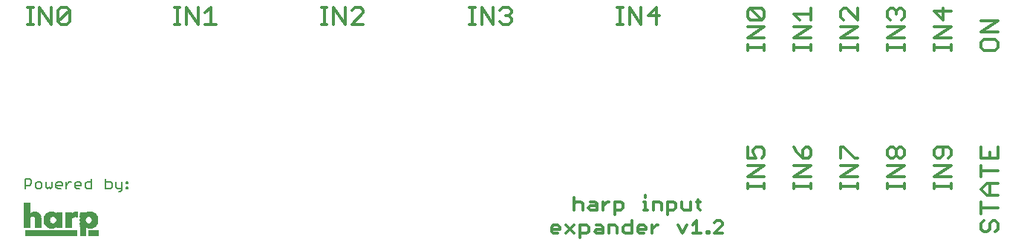
<source format=gbr>
G04 EAGLE Gerber RS-274X export*
G75*
%MOMM*%
%FSLAX34Y34*%
%LPD*%
%INSilkscreen Top*%
%IPPOS*%
%AMOC8*
5,1,8,0,0,1.08239X$1,22.5*%
G01*
%ADD10C,0.355600*%
%ADD11R,0.631700X0.011488*%
%ADD12R,5.973000X0.011488*%
%ADD13R,5.973000X0.011475*%
%ADD14R,0.631700X0.011475*%
%ADD15R,1.114200X0.011475*%
%ADD16R,1.114200X0.011488*%
%ADD17R,5.973000X0.011481*%
%ADD18R,0.631700X0.011481*%
%ADD19R,1.114200X0.011481*%
%ADD20R,0.149400X0.011488*%
%ADD21R,0.149300X0.011488*%
%ADD22R,0.034400X0.011488*%
%ADD23R,0.057400X0.011488*%
%ADD24R,0.046000X0.011488*%
%ADD25R,0.034500X0.011488*%
%ADD26R,0.321700X0.011481*%
%ADD27R,0.321600X0.011481*%
%ADD28R,0.022900X0.011481*%
%ADD29R,0.023000X0.011481*%
%ADD30R,0.425000X0.011488*%
%ADD31R,0.023000X0.011488*%
%ADD32R,0.011500X0.011488*%
%ADD33R,0.022900X0.011488*%
%ADD34R,0.505400X0.011488*%
%ADD35R,0.011400X0.011488*%
%ADD36R,0.574300X0.011475*%
%ADD37R,0.574400X0.011475*%
%ADD38R,0.011500X0.011475*%
%ADD39R,0.022900X0.011475*%
%ADD40R,0.620300X0.011488*%
%ADD41R,0.631800X0.011488*%
%ADD42R,0.620200X0.011488*%
%ADD43R,0.677700X0.011488*%
%ADD44R,0.689200X0.011488*%
%ADD45R,0.620300X0.011475*%
%ADD46R,0.723600X0.011475*%
%ADD47R,0.631800X0.011475*%
%ADD48R,0.620200X0.011475*%
%ADD49R,0.746600X0.011475*%
%ADD50R,0.011400X0.011475*%
%ADD51R,0.769600X0.011488*%
%ADD52R,0.781000X0.011488*%
%ADD53R,0.620300X0.011481*%
%ADD54R,0.815600X0.011481*%
%ADD55R,0.631800X0.011481*%
%ADD56R,0.620200X0.011481*%
%ADD57R,0.815500X0.011481*%
%ADD58R,0.011500X0.011481*%
%ADD59R,0.011400X0.011481*%
%ADD60R,0.838500X0.011488*%
%ADD61R,0.861500X0.011488*%
%ADD62R,0.884400X0.011488*%
%ADD63R,0.896000X0.011488*%
%ADD64R,0.918900X0.011481*%
%ADD65R,0.930400X0.011481*%
%ADD66R,0.941900X0.011488*%
%ADD67R,0.964900X0.011488*%
%ADD68R,0.976400X0.011488*%
%ADD69R,0.987800X0.011488*%
%ADD70R,0.999300X0.011475*%
%ADD71R,1.010800X0.011475*%
%ADD72R,1.022300X0.011488*%
%ADD73R,1.045300X0.011488*%
%ADD74R,1.068200X0.011488*%
%ADD75R,1.079700X0.011475*%
%ADD76R,1.091200X0.011475*%
%ADD77R,1.102700X0.011488*%
%ADD78R,1.125700X0.011488*%
%ADD79R,1.768900X0.011488*%
%ADD80R,1.137100X0.011481*%
%ADD81R,1.780400X0.011481*%
%ADD82R,1.791900X0.011488*%
%ADD83R,1.803400X0.011488*%
%ADD84R,1.814800X0.011488*%
%ADD85R,1.814900X0.011481*%
%ADD86R,1.826300X0.011481*%
%ADD87R,1.826400X0.011488*%
%ADD88R,1.826300X0.011488*%
%ADD89R,1.837900X0.011475*%
%ADD90R,1.837800X0.011475*%
%ADD91R,1.849400X0.011488*%
%ADD92R,1.849300X0.011488*%
%ADD93R,1.860800X0.011488*%
%ADD94R,1.860800X0.011475*%
%ADD95R,1.872300X0.011475*%
%ADD96R,1.872300X0.011488*%
%ADD97R,1.883800X0.011488*%
%ADD98R,1.895300X0.011488*%
%ADD99R,1.895300X0.011481*%
%ADD100R,1.906800X0.011488*%
%ADD101R,1.906700X0.011488*%
%ADD102R,1.918200X0.011488*%
%ADD103R,1.918300X0.011481*%
%ADD104R,1.918200X0.011481*%
%ADD105R,1.929800X0.011488*%
%ADD106R,1.929700X0.011488*%
%ADD107R,1.941300X0.011481*%
%ADD108R,1.941200X0.011481*%
%ADD109R,1.941300X0.011488*%
%ADD110R,1.952700X0.011488*%
%ADD111R,1.952700X0.011475*%
%ADD112R,1.964200X0.011475*%
%ADD113R,1.964200X0.011488*%
%ADD114R,1.975700X0.011488*%
%ADD115R,1.975700X0.011475*%
%ADD116R,1.987100X0.011488*%
%ADD117R,1.987200X0.011481*%
%ADD118R,1.987100X0.011481*%
%ADD119R,0.907400X0.011488*%
%ADD120R,0.930400X0.011488*%
%ADD121R,0.895900X0.011488*%
%ADD122R,0.057500X0.011488*%
%ADD123R,0.850000X0.011488*%
%ADD124R,0.827000X0.011481*%
%ADD125R,0.861500X0.011481*%
%ADD126R,0.850000X0.011481*%
%ADD127R,0.804100X0.011488*%
%ADD128R,0.838600X0.011488*%
%ADD129R,0.827000X0.011488*%
%ADD130R,0.804000X0.011488*%
%ADD131R,0.792600X0.011488*%
%ADD132R,0.815600X0.011488*%
%ADD133R,0.815500X0.011488*%
%ADD134R,0.792500X0.011488*%
%ADD135R,0.781100X0.011475*%
%ADD136R,0.792600X0.011475*%
%ADD137R,0.769600X0.011475*%
%ADD138R,0.781100X0.011488*%
%ADD139R,0.758100X0.011488*%
%ADD140R,0.746700X0.011475*%
%ADD141R,0.735100X0.011475*%
%ADD142R,0.746600X0.011488*%
%ADD143R,0.735200X0.011488*%
%ADD144R,0.735100X0.011488*%
%ADD145R,0.723700X0.011488*%
%ADD146R,0.723600X0.011488*%
%ADD147R,0.723600X0.011481*%
%ADD148R,0.712200X0.011481*%
%ADD149R,0.712100X0.011481*%
%ADD150R,0.723700X0.011481*%
%ADD151R,0.712100X0.011488*%
%ADD152R,0.700700X0.011488*%
%ADD153R,0.712200X0.011488*%
%ADD154R,0.700600X0.011488*%
%ADD155R,0.689200X0.011481*%
%ADD156R,0.700700X0.011481*%
%ADD157R,0.689200X0.011475*%
%ADD158R,0.666300X0.011475*%
%ADD159R,0.666200X0.011475*%
%ADD160R,0.666300X0.011488*%
%ADD161R,0.666200X0.011488*%
%ADD162R,0.654800X0.011488*%
%ADD163R,0.654700X0.011488*%
%ADD164R,0.677700X0.011475*%
%ADD165R,0.654800X0.011475*%
%ADD166R,0.654700X0.011475*%
%ADD167R,0.643300X0.011488*%
%ADD168R,0.643200X0.011488*%
%ADD169R,0.666200X0.011481*%
%ADD170R,0.666300X0.011481*%
%ADD171R,0.654700X0.011481*%
%ADD172R,0.654800X0.011481*%
%ADD173R,0.608800X0.011488*%
%ADD174R,0.608800X0.011475*%
%ADD175R,0.608800X0.011481*%
%ADD176R,0.643200X0.011481*%
%ADD177R,0.643200X0.011475*%
%ADD178R,0.643300X0.011481*%
%ADD179R,0.677700X0.011481*%
%ADD180R,0.700600X0.011475*%
%ADD181R,0.712100X0.011475*%
%ADD182R,0.700700X0.011475*%
%ADD183R,0.735100X0.011481*%
%ADD184R,0.769600X0.011481*%
%ADD185R,0.746700X0.011488*%
%ADD186R,0.758100X0.011481*%
%ADD187R,0.861400X0.011488*%
%ADD188R,0.068900X0.011488*%
%ADD189R,0.792600X0.011481*%
%ADD190R,0.895900X0.011481*%
%ADD191R,0.103400X0.011481*%
%ADD192R,0.792500X0.011481*%
%ADD193R,1.045200X0.011488*%
%ADD194R,0.252700X0.011488*%
%ADD195R,0.861500X0.011475*%
%ADD196R,0.896000X0.011475*%
%ADD197R,1.320900X0.011475*%
%ADD198R,0.895900X0.011475*%
%ADD199R,0.023000X0.011475*%
%ADD200R,1.320900X0.011488*%
%ADD201R,1.987200X0.011488*%
%ADD202R,0.838500X0.011475*%
%ADD203R,0.792500X0.011475*%
%ADD204R,1.987200X0.011475*%
%ADD205R,0.884500X0.011488*%
%ADD206R,0.045900X0.011488*%
%ADD207R,1.837800X0.011481*%
%ADD208R,1.975700X0.011481*%
%ADD209R,1.320900X0.011481*%
%ADD210R,1.964200X0.011481*%
%ADD211R,1.837800X0.011488*%
%ADD212R,1.952700X0.011481*%
%ADD213R,1.941200X0.011488*%
%ADD214R,1.826400X0.011475*%
%ADD215R,1.929800X0.011475*%
%ADD216R,1.929700X0.011475*%
%ADD217R,1.814900X0.011488*%
%ADD218R,1.918300X0.011488*%
%ADD219R,1.814900X0.011475*%
%ADD220R,1.906800X0.011475*%
%ADD221R,1.906700X0.011475*%
%ADD222R,1.791900X0.011481*%
%ADD223R,1.883800X0.011481*%
%ADD224R,1.780400X0.011488*%
%ADD225R,1.860800X0.011481*%
%ADD226R,1.768900X0.011475*%
%ADD227R,1.757400X0.011488*%
%ADD228R,1.114100X0.011475*%
%ADD229R,1.803400X0.011475*%
%ADD230R,1.091300X0.011488*%
%ADD231R,1.068300X0.011488*%
%ADD232R,1.137200X0.011488*%
%ADD233R,1.045300X0.011481*%
%ADD234R,1.769000X0.011481*%
%ADD235R,1.033800X0.011488*%
%ADD236R,0.597300X0.011488*%
%ADD237R,1.010800X0.011488*%
%ADD238R,1.091200X0.011488*%
%ADD239R,0.585800X0.011488*%
%ADD240R,0.987800X0.011481*%
%ADD241R,1.068200X0.011481*%
%ADD242R,0.574300X0.011481*%
%ADD243R,0.964800X0.011488*%
%ADD244R,0.562800X0.011488*%
%ADD245R,0.941800X0.011488*%
%ADD246R,0.551300X0.011488*%
%ADD247R,0.999300X0.011488*%
%ADD248R,0.907500X0.011481*%
%ADD249R,0.987900X0.011481*%
%ADD250R,0.539900X0.011481*%
%ADD251R,0.964900X0.011481*%
%ADD252R,0.953400X0.011488*%
%ADD253R,0.528400X0.011488*%
%ADD254R,0.907500X0.011488*%
%ADD255R,0.815500X0.011475*%
%ADD256R,0.884400X0.011475*%
%ADD257R,0.493900X0.011475*%
%ADD258R,0.873000X0.011475*%
%ADD259R,0.470900X0.011488*%
%ADD260R,0.448000X0.011488*%
%ADD261R,0.425000X0.011475*%
%ADD262R,0.402000X0.011488*%
%ADD263R,0.608700X0.011481*%
%ADD264R,0.689100X0.011481*%
%ADD265R,0.367600X0.011481*%
%ADD266R,0.551400X0.011488*%
%ADD267R,0.333100X0.011488*%
%ADD268R,0.482400X0.011488*%
%ADD269R,0.574300X0.011488*%
%ADD270R,0.287200X0.011488*%
%ADD271R,0.562900X0.011488*%
%ADD272R,0.402100X0.011481*%
%ADD273R,0.493900X0.011481*%
%ADD274R,0.229700X0.011481*%
%ADD275R,0.482400X0.011481*%
%ADD276R,0.264100X0.011488*%
%ADD277R,0.413500X0.011488*%
%ADD278R,0.402100X0.011488*%
%ADD279R,0.310200X0.011488*%
%ADD280R,0.298600X0.011488*%
%ADD281R,0.091900X0.011475*%
%ADD282R,0.057400X0.011475*%
%ADD283R,0.068900X0.011475*%
%ADD284R,0.057500X0.011475*%
%ADD285C,0.203200*%
%ADD286C,0.330200*%


D10*
X119272Y273218D02*
X125713Y273218D01*
X122493Y273218D02*
X122493Y292539D01*
X125713Y292539D02*
X119272Y292539D01*
X133305Y292539D02*
X133305Y273218D01*
X146186Y273218D02*
X133305Y292539D01*
X146186Y292539D02*
X146186Y273218D01*
X154354Y276438D02*
X154354Y289318D01*
X157574Y292539D01*
X164015Y292539D01*
X167235Y289318D01*
X167235Y276438D01*
X164015Y273218D01*
X157574Y273218D01*
X154354Y276438D01*
X167235Y289318D01*
X791712Y273218D02*
X798153Y273218D01*
X794933Y273218D02*
X794933Y292539D01*
X798153Y292539D02*
X791712Y292539D01*
X805745Y292539D02*
X805745Y273218D01*
X818626Y273218D02*
X805745Y292539D01*
X818626Y292539D02*
X818626Y273218D01*
X836455Y273218D02*
X836455Y292539D01*
X826794Y282878D01*
X839675Y282878D01*
X293233Y273218D02*
X286792Y273218D01*
X290013Y273218D02*
X290013Y292539D01*
X293233Y292539D02*
X286792Y292539D01*
X300825Y292539D02*
X300825Y273218D01*
X313706Y273218D02*
X300825Y292539D01*
X313706Y292539D02*
X313706Y273218D01*
X321874Y286098D02*
X328315Y292539D01*
X328315Y273218D01*
X334755Y273218D02*
X321874Y273218D01*
X454432Y273218D02*
X460873Y273218D01*
X457653Y273218D02*
X457653Y292539D01*
X460873Y292539D02*
X454432Y292539D01*
X468465Y292539D02*
X468465Y273218D01*
X481346Y273218D02*
X468465Y292539D01*
X481346Y292539D02*
X481346Y273218D01*
X489514Y273218D02*
X502395Y273218D01*
X502395Y286098D02*
X489514Y273218D01*
X502395Y286098D02*
X502395Y289318D01*
X499175Y292539D01*
X492734Y292539D01*
X489514Y289318D01*
X623072Y273218D02*
X629513Y273218D01*
X626293Y273218D02*
X626293Y292539D01*
X629513Y292539D02*
X623072Y292539D01*
X637105Y292539D02*
X637105Y273218D01*
X649986Y273218D02*
X637105Y292539D01*
X649986Y292539D02*
X649986Y273218D01*
X658154Y289318D02*
X661374Y292539D01*
X667815Y292539D01*
X671035Y289318D01*
X671035Y286098D01*
X667815Y282878D01*
X664595Y282878D01*
X667815Y282878D02*
X671035Y279658D01*
X671035Y276438D01*
X667815Y273218D01*
X661374Y273218D01*
X658154Y276438D01*
X1206792Y46102D02*
X1210012Y49322D01*
X1206792Y46102D02*
X1206792Y39662D01*
X1210012Y36442D01*
X1213232Y36442D01*
X1216452Y39662D01*
X1216452Y46102D01*
X1219672Y49322D01*
X1222892Y49322D01*
X1226112Y46102D01*
X1226112Y39662D01*
X1222892Y36442D01*
X1226112Y63931D02*
X1206792Y63931D01*
X1206792Y57491D02*
X1206792Y70372D01*
X1213232Y78540D02*
X1226112Y78540D01*
X1213232Y78540D02*
X1206792Y84981D01*
X1213232Y91421D01*
X1226112Y91421D01*
X1216452Y91421D02*
X1216452Y78540D01*
X1226112Y106030D02*
X1206792Y106030D01*
X1206792Y99590D02*
X1206792Y112470D01*
X1206792Y120639D02*
X1206792Y133519D01*
X1206792Y120639D02*
X1226112Y120639D01*
X1226112Y133519D01*
X1216452Y127079D02*
X1216452Y120639D01*
X1206792Y246508D02*
X1206792Y252948D01*
X1206792Y246508D02*
X1210012Y243288D01*
X1222892Y243288D01*
X1226112Y246508D01*
X1226112Y252948D01*
X1222892Y256168D01*
X1210012Y256168D01*
X1206792Y252948D01*
X1206792Y264337D02*
X1226112Y264337D01*
X1226112Y277218D02*
X1206792Y264337D01*
X1206792Y277218D02*
X1226112Y277218D01*
X1172772Y91997D02*
X1172772Y85557D01*
X1172772Y88777D02*
X1153452Y88777D01*
X1153452Y85557D02*
X1153452Y91997D01*
X1153452Y99590D02*
X1172772Y99590D01*
X1172772Y112470D02*
X1153452Y99590D01*
X1153452Y112470D02*
X1172772Y112470D01*
X1169552Y120639D02*
X1172772Y123859D01*
X1172772Y130299D01*
X1169552Y133519D01*
X1156672Y133519D01*
X1153452Y130299D01*
X1153452Y123859D01*
X1156672Y120639D01*
X1159892Y120639D01*
X1163112Y123859D01*
X1163112Y133519D01*
X1172772Y243288D02*
X1172772Y249728D01*
X1172772Y246508D02*
X1153452Y246508D01*
X1153452Y243288D02*
X1153452Y249728D01*
X1153452Y257321D02*
X1172772Y257321D01*
X1172772Y270201D02*
X1153452Y257321D01*
X1153452Y270201D02*
X1172772Y270201D01*
X1172772Y288030D02*
X1153452Y288030D01*
X1163112Y278370D01*
X1163112Y291250D01*
X1119432Y91997D02*
X1119432Y85557D01*
X1119432Y88777D02*
X1100112Y88777D01*
X1100112Y85557D02*
X1100112Y91997D01*
X1100112Y99590D02*
X1119432Y99590D01*
X1119432Y112470D02*
X1100112Y99590D01*
X1100112Y112470D02*
X1119432Y112470D01*
X1103332Y120639D02*
X1100112Y123859D01*
X1100112Y130299D01*
X1103332Y133519D01*
X1106552Y133519D01*
X1109772Y130299D01*
X1112992Y133519D01*
X1116212Y133519D01*
X1119432Y130299D01*
X1119432Y123859D01*
X1116212Y120639D01*
X1112992Y120639D01*
X1109772Y123859D01*
X1106552Y120639D01*
X1103332Y120639D01*
X1109772Y123859D02*
X1109772Y130299D01*
X1119432Y243288D02*
X1119432Y249728D01*
X1119432Y246508D02*
X1100112Y246508D01*
X1100112Y243288D02*
X1100112Y249728D01*
X1100112Y257321D02*
X1119432Y257321D01*
X1119432Y270201D02*
X1100112Y257321D01*
X1100112Y270201D02*
X1119432Y270201D01*
X1103332Y278370D02*
X1100112Y281590D01*
X1100112Y288030D01*
X1103332Y291250D01*
X1106552Y291250D01*
X1109772Y288030D01*
X1109772Y284810D01*
X1109772Y288030D02*
X1112992Y291250D01*
X1116212Y291250D01*
X1119432Y288030D01*
X1119432Y281590D01*
X1116212Y278370D01*
X1066132Y91997D02*
X1066132Y85557D01*
X1066132Y88777D02*
X1046812Y88777D01*
X1046812Y85557D02*
X1046812Y91997D01*
X1046812Y99590D02*
X1066132Y99590D01*
X1066132Y112470D02*
X1046812Y99590D01*
X1046812Y112470D02*
X1066132Y112470D01*
X1046812Y120639D02*
X1046812Y133519D01*
X1050032Y133519D01*
X1062912Y120639D01*
X1066132Y120639D01*
X1066132Y243288D02*
X1066132Y249728D01*
X1066132Y246508D02*
X1046812Y246508D01*
X1046812Y243288D02*
X1046812Y249728D01*
X1046812Y257321D02*
X1066132Y257321D01*
X1066132Y270201D02*
X1046812Y257321D01*
X1046812Y270201D02*
X1066132Y270201D01*
X1066132Y278370D02*
X1066132Y291250D01*
X1066132Y278370D02*
X1053252Y291250D01*
X1050032Y291250D01*
X1046812Y288030D01*
X1046812Y281590D01*
X1050032Y278370D01*
X1012832Y91997D02*
X1012832Y85557D01*
X1012832Y88777D02*
X993512Y88777D01*
X993512Y85557D02*
X993512Y91997D01*
X993512Y99590D02*
X1012832Y99590D01*
X1012832Y112470D02*
X993512Y99590D01*
X993512Y112470D02*
X1012832Y112470D01*
X996732Y127079D02*
X993512Y133519D01*
X996732Y127079D02*
X1003172Y120639D01*
X1009612Y120639D01*
X1012832Y123859D01*
X1012832Y130299D01*
X1009612Y133519D01*
X1006392Y133519D01*
X1003172Y130299D01*
X1003172Y120639D01*
X1012832Y243288D02*
X1012832Y249728D01*
X1012832Y246508D02*
X993512Y246508D01*
X993512Y243288D02*
X993512Y249728D01*
X993512Y257321D02*
X1012832Y257321D01*
X1012832Y270201D02*
X993512Y257321D01*
X993512Y270201D02*
X1012832Y270201D01*
X999952Y278370D02*
X993512Y284810D01*
X1012832Y284810D01*
X1012832Y278370D02*
X1012832Y291250D01*
X959532Y91997D02*
X959532Y85557D01*
X959532Y88777D02*
X940212Y88777D01*
X940212Y85557D02*
X940212Y91997D01*
X940212Y99590D02*
X959532Y99590D01*
X959532Y112470D02*
X940212Y99590D01*
X940212Y112470D02*
X959532Y112470D01*
X940212Y120639D02*
X940212Y133519D01*
X940212Y120639D02*
X949872Y120639D01*
X946652Y127079D01*
X946652Y130299D01*
X949872Y133519D01*
X956312Y133519D01*
X959532Y130299D01*
X959532Y123859D01*
X956312Y120639D01*
X959532Y243288D02*
X959532Y249728D01*
X959532Y246508D02*
X940212Y246508D01*
X940212Y243288D02*
X940212Y249728D01*
X940212Y257321D02*
X959532Y257321D01*
X959532Y270201D02*
X940212Y257321D01*
X940212Y270201D02*
X959532Y270201D01*
X956312Y278370D02*
X943432Y278370D01*
X940212Y281590D01*
X940212Y288030D01*
X943432Y291250D01*
X956312Y291250D01*
X959532Y288030D01*
X959532Y281590D01*
X956312Y278370D01*
X943432Y291250D01*
D11*
X182473Y31845D03*
D12*
X146118Y31960D03*
D11*
X182473Y31960D03*
D13*
X146118Y32075D03*
D14*
X182473Y32075D03*
D15*
X194648Y32075D03*
D12*
X146118Y32190D03*
D11*
X182473Y32190D03*
D16*
X194648Y32190D03*
D12*
X146118Y32305D03*
D11*
X182473Y32305D03*
D16*
X194648Y32305D03*
D13*
X146118Y32420D03*
D14*
X182473Y32420D03*
D15*
X194648Y32420D03*
D12*
X146118Y32534D03*
D11*
X182473Y32534D03*
D16*
X194648Y32534D03*
D17*
X146118Y32649D03*
D18*
X182473Y32649D03*
D19*
X194648Y32649D03*
D12*
X146118Y32764D03*
D11*
X182473Y32764D03*
D16*
X194648Y32764D03*
D12*
X146118Y32879D03*
D11*
X182473Y32879D03*
D16*
X194648Y32879D03*
D17*
X146118Y32994D03*
D18*
X182473Y32994D03*
D19*
X194648Y32994D03*
D12*
X146118Y33109D03*
D11*
X182473Y33109D03*
D16*
X194648Y33109D03*
D12*
X146118Y33224D03*
D11*
X182473Y33224D03*
D16*
X194648Y33224D03*
D13*
X146118Y33339D03*
D14*
X182473Y33339D03*
D15*
X194648Y33339D03*
D12*
X146118Y33453D03*
D11*
X182473Y33453D03*
D16*
X194648Y33453D03*
D12*
X146118Y33568D03*
D11*
X182473Y33568D03*
D16*
X194648Y33568D03*
D13*
X146118Y33683D03*
D14*
X182473Y33683D03*
D15*
X194648Y33683D03*
D12*
X146118Y33798D03*
D11*
X182473Y33798D03*
D16*
X194648Y33798D03*
D12*
X146118Y33913D03*
D11*
X182473Y33913D03*
D16*
X194648Y33913D03*
D17*
X146118Y34028D03*
D18*
X182473Y34028D03*
D19*
X194648Y34028D03*
D12*
X146118Y34143D03*
D11*
X182473Y34143D03*
D16*
X194648Y34143D03*
D12*
X146118Y34257D03*
D11*
X182473Y34257D03*
D16*
X194648Y34257D03*
D17*
X146118Y34372D03*
D18*
X182473Y34372D03*
D19*
X194648Y34372D03*
D12*
X146118Y34487D03*
D11*
X182473Y34487D03*
D16*
X194648Y34487D03*
D13*
X146118Y34602D03*
D14*
X182473Y34602D03*
D15*
X194648Y34602D03*
D12*
X146118Y34717D03*
D11*
X182473Y34717D03*
D16*
X194648Y34717D03*
D12*
X146118Y34832D03*
D11*
X182473Y34832D03*
D16*
X194648Y34832D03*
D13*
X146118Y34947D03*
D14*
X182473Y34947D03*
D15*
X194648Y34947D03*
D12*
X146118Y35061D03*
D11*
X182473Y35061D03*
D16*
X194648Y35061D03*
D12*
X146118Y35176D03*
D11*
X182473Y35176D03*
D16*
X194648Y35176D03*
D17*
X146118Y35291D03*
D18*
X182473Y35291D03*
D19*
X194648Y35291D03*
D12*
X146118Y35406D03*
D11*
X182473Y35406D03*
D16*
X194648Y35406D03*
D12*
X146118Y35521D03*
D11*
X182473Y35521D03*
D16*
X194648Y35521D03*
D17*
X146118Y35636D03*
D18*
X182473Y35636D03*
D19*
X194648Y35636D03*
D12*
X146118Y35751D03*
D11*
X182473Y35751D03*
D16*
X194648Y35751D03*
D12*
X146118Y35866D03*
D11*
X182473Y35866D03*
D16*
X194648Y35866D03*
D17*
X146118Y35980D03*
D18*
X182473Y35980D03*
D19*
X194648Y35980D03*
D12*
X146118Y36095D03*
D11*
X182473Y36095D03*
D16*
X194648Y36095D03*
D12*
X146118Y36210D03*
D11*
X182473Y36210D03*
D16*
X194648Y36210D03*
D13*
X146118Y36325D03*
D14*
X182473Y36325D03*
D15*
X194648Y36325D03*
D12*
X146118Y36440D03*
D11*
X182473Y36440D03*
D16*
X194648Y36440D03*
D12*
X146118Y36555D03*
D11*
X182473Y36555D03*
D16*
X194648Y36555D03*
D13*
X146118Y36670D03*
D14*
X182473Y36670D03*
D15*
X194648Y36670D03*
D12*
X146118Y36784D03*
D11*
X182473Y36784D03*
D16*
X194648Y36784D03*
D17*
X146118Y36899D03*
D18*
X182473Y36899D03*
D19*
X194648Y36899D03*
D12*
X146118Y37014D03*
D11*
X182473Y37014D03*
D16*
X194648Y37014D03*
D12*
X146118Y37129D03*
D11*
X182473Y37129D03*
D16*
X194648Y37129D03*
D17*
X146118Y37244D03*
D18*
X182473Y37244D03*
D19*
X194648Y37244D03*
D12*
X146118Y37359D03*
D11*
X182473Y37359D03*
D16*
X194648Y37359D03*
D12*
X146118Y37474D03*
D11*
X182473Y37474D03*
D16*
X194648Y37474D03*
D13*
X146118Y37589D03*
D14*
X182473Y37589D03*
D15*
X194648Y37589D03*
D11*
X182473Y37703D03*
D16*
X194648Y37703D03*
D12*
X146118Y37703D03*
D11*
X182473Y37818D03*
D16*
X194648Y37818D03*
D14*
X182473Y37933D03*
D11*
X182473Y38048D03*
X182473Y38163D03*
D18*
X182473Y38278D03*
D11*
X182473Y38393D03*
X182473Y38507D03*
D18*
X182473Y38622D03*
D11*
X182473Y38737D03*
D14*
X182473Y38852D03*
D11*
X182473Y38967D03*
X182473Y39082D03*
D14*
X182473Y39197D03*
D11*
X182473Y39311D03*
X182473Y39426D03*
D18*
X182473Y39541D03*
D11*
X182473Y39656D03*
X182473Y39771D03*
D18*
X182473Y39886D03*
D11*
X182473Y40001D03*
D20*
X147209Y40116D03*
D11*
X182473Y40116D03*
D21*
X191203Y40116D03*
D22*
X146290Y40116D03*
D23*
X148243Y40116D03*
D24*
X190226Y40116D03*
D25*
X192122Y40116D03*
D26*
X147267Y40230D03*
D18*
X182473Y40230D03*
D27*
X191145Y40230D03*
D28*
X145544Y40230D03*
X148990Y40230D03*
D29*
X189422Y40230D03*
X192868Y40230D03*
D30*
X147324Y40345D03*
D11*
X182473Y40345D03*
D30*
X191202Y40345D03*
D31*
X145084Y40345D03*
D32*
X149507Y40345D03*
D33*
X188963Y40345D03*
D32*
X193385Y40345D03*
D34*
X147267Y40460D03*
D11*
X182473Y40460D03*
D34*
X191145Y40460D03*
D32*
X144683Y40460D03*
D35*
X149851Y40460D03*
D32*
X188561Y40460D03*
D31*
X193787Y40460D03*
D36*
X147267Y40575D03*
D14*
X182473Y40575D03*
D37*
X191145Y40575D03*
D38*
X144338Y40575D03*
X150196Y40575D03*
X188216Y40575D03*
D39*
X194132Y40575D03*
D40*
X119355Y40690D03*
X131760Y40690D03*
X147267Y40690D03*
D41*
X155939Y40690D03*
D42*
X166449Y40690D03*
D11*
X182473Y40690D03*
X191203Y40690D03*
D32*
X116196Y40690D03*
X122514Y40690D03*
D35*
X128601Y40690D03*
D32*
X144108Y40690D03*
X150426Y40690D03*
X163291Y40690D03*
X169608Y40690D03*
X187987Y40690D03*
X194419Y40690D03*
D40*
X119355Y40805D03*
X131760Y40805D03*
D43*
X147210Y40805D03*
D41*
X155939Y40805D03*
D42*
X166449Y40805D03*
D11*
X182473Y40805D03*
D44*
X191145Y40805D03*
D32*
X116196Y40805D03*
X122514Y40805D03*
D35*
X128601Y40805D03*
D32*
X143764Y40805D03*
D35*
X150655Y40805D03*
D32*
X163291Y40805D03*
X169608Y40805D03*
X187642Y40805D03*
X194649Y40805D03*
D45*
X119355Y40920D03*
X131760Y40920D03*
D46*
X147209Y40920D03*
D47*
X155939Y40920D03*
D48*
X166449Y40920D03*
D14*
X182473Y40920D03*
D49*
X191202Y40920D03*
D38*
X116196Y40920D03*
X122514Y40920D03*
D50*
X128601Y40920D03*
D38*
X143534Y40920D03*
X150885Y40920D03*
X163291Y40920D03*
X169608Y40920D03*
D40*
X119355Y41034D03*
X131760Y41034D03*
D51*
X147209Y41034D03*
D41*
X155939Y41034D03*
D42*
X166449Y41034D03*
D11*
X182473Y41034D03*
D52*
X191145Y41034D03*
D32*
X116196Y41034D03*
X122514Y41034D03*
D35*
X128601Y41034D03*
D32*
X143304Y41034D03*
X151115Y41034D03*
X163291Y41034D03*
X169608Y41034D03*
X195108Y41034D03*
D53*
X119355Y41149D03*
X131760Y41149D03*
D54*
X147209Y41149D03*
D55*
X155939Y41149D03*
D56*
X166449Y41149D03*
D18*
X182473Y41149D03*
D57*
X191203Y41149D03*
D58*
X116196Y41149D03*
X122514Y41149D03*
D59*
X128601Y41149D03*
D58*
X163291Y41149D03*
X169608Y41149D03*
X187068Y41149D03*
X195338Y41149D03*
D40*
X119355Y41264D03*
X131760Y41264D03*
D60*
X147210Y41264D03*
D41*
X155939Y41264D03*
D42*
X166449Y41264D03*
D11*
X182473Y41264D03*
D61*
X191203Y41264D03*
D32*
X116196Y41264D03*
X122514Y41264D03*
D35*
X128601Y41264D03*
D32*
X142960Y41264D03*
X151460Y41264D03*
X163291Y41264D03*
X169608Y41264D03*
X195568Y41264D03*
D40*
X119355Y41379D03*
X131760Y41379D03*
D62*
X147209Y41379D03*
D41*
X155939Y41379D03*
D42*
X166449Y41379D03*
D11*
X182473Y41379D03*
D63*
X191260Y41379D03*
D32*
X116196Y41379D03*
X122514Y41379D03*
D35*
X128601Y41379D03*
D32*
X142730Y41379D03*
X163291Y41379D03*
X169608Y41379D03*
X186723Y41379D03*
D53*
X119355Y41494D03*
X131760Y41494D03*
D64*
X147152Y41494D03*
D55*
X155939Y41494D03*
D56*
X166449Y41494D03*
D18*
X182473Y41494D03*
D65*
X191202Y41494D03*
D58*
X116196Y41494D03*
X122514Y41494D03*
D59*
X128601Y41494D03*
D58*
X163291Y41494D03*
X169608Y41494D03*
X195912Y41494D03*
D40*
X119355Y41609D03*
X131760Y41609D03*
D66*
X147152Y41609D03*
D41*
X155939Y41609D03*
D42*
X166449Y41609D03*
D11*
X182473Y41609D03*
D67*
X191260Y41609D03*
D32*
X116196Y41609D03*
X122514Y41609D03*
D35*
X128601Y41609D03*
D32*
X142385Y41609D03*
X163291Y41609D03*
X169608Y41609D03*
D40*
X119355Y41724D03*
X131760Y41724D03*
D68*
X147094Y41724D03*
D41*
X155939Y41724D03*
D42*
X166449Y41724D03*
D11*
X182473Y41724D03*
D69*
X191260Y41724D03*
D32*
X116196Y41724D03*
X122514Y41724D03*
D35*
X128601Y41724D03*
D32*
X163291Y41724D03*
X169608Y41724D03*
X186264Y41724D03*
X196257Y41724D03*
D45*
X119355Y41839D03*
X131760Y41839D03*
D70*
X147095Y41839D03*
D47*
X155939Y41839D03*
D48*
X166449Y41839D03*
D14*
X182473Y41839D03*
D71*
X191260Y41839D03*
D38*
X116196Y41839D03*
X122514Y41839D03*
D50*
X128601Y41839D03*
D38*
X163291Y41839D03*
X169608Y41839D03*
X186149Y41839D03*
X196372Y41839D03*
D40*
X119355Y41953D03*
X131760Y41953D03*
D72*
X147095Y41953D03*
D41*
X155939Y41953D03*
D42*
X166449Y41953D03*
D11*
X182473Y41953D03*
D73*
X191318Y41953D03*
D32*
X116196Y41953D03*
X122514Y41953D03*
D35*
X128601Y41953D03*
D32*
X141926Y41953D03*
X163291Y41953D03*
X169608Y41953D03*
X186034Y41953D03*
D40*
X119355Y42068D03*
X131760Y42068D03*
D73*
X147095Y42068D03*
D41*
X155939Y42068D03*
D42*
X166449Y42068D03*
D11*
X182473Y42068D03*
D74*
X191317Y42068D03*
D32*
X116196Y42068D03*
X122514Y42068D03*
D35*
X128601Y42068D03*
D32*
X141811Y42068D03*
X163291Y42068D03*
X169608Y42068D03*
X185919Y42068D03*
X196716Y42068D03*
D45*
X119355Y42183D03*
X131760Y42183D03*
D75*
X147037Y42183D03*
D47*
X155939Y42183D03*
D48*
X166449Y42183D03*
D14*
X182473Y42183D03*
D76*
X191317Y42183D03*
D38*
X116196Y42183D03*
X122514Y42183D03*
D50*
X128601Y42183D03*
D38*
X163291Y42183D03*
X169608Y42183D03*
X185804Y42183D03*
X196831Y42183D03*
D40*
X119355Y42298D03*
X131760Y42298D03*
D77*
X147037Y42298D03*
D41*
X155939Y42298D03*
D42*
X166449Y42298D03*
D11*
X182473Y42298D03*
D16*
X191317Y42298D03*
D32*
X116196Y42298D03*
X122514Y42298D03*
D35*
X128601Y42298D03*
D32*
X163291Y42298D03*
X169608Y42298D03*
X185689Y42298D03*
X196946Y42298D03*
D40*
X119355Y42413D03*
X131760Y42413D03*
D78*
X147037Y42413D03*
D41*
X155939Y42413D03*
D42*
X166449Y42413D03*
D79*
X188159Y42413D03*
D32*
X116196Y42413D03*
X122514Y42413D03*
D35*
X128601Y42413D03*
D32*
X163291Y42413D03*
X169608Y42413D03*
X197061Y42413D03*
D53*
X119355Y42528D03*
X131760Y42528D03*
D80*
X146980Y42528D03*
D55*
X155939Y42528D03*
D56*
X166449Y42528D03*
D81*
X188216Y42528D03*
D58*
X116196Y42528D03*
X122514Y42528D03*
D59*
X128601Y42528D03*
D58*
X152723Y42528D03*
X163291Y42528D03*
X169608Y42528D03*
X197176Y42528D03*
D40*
X119355Y42643D03*
X131760Y42643D03*
D82*
X150139Y42643D03*
D42*
X166449Y42643D03*
D83*
X188331Y42643D03*
D32*
X116196Y42643D03*
X122514Y42643D03*
D35*
X128601Y42643D03*
D32*
X163291Y42643D03*
X169608Y42643D03*
D40*
X119355Y42757D03*
X131760Y42757D03*
D83*
X150081Y42757D03*
D42*
X166449Y42757D03*
D84*
X188388Y42757D03*
D32*
X116196Y42757D03*
X122514Y42757D03*
D35*
X128601Y42757D03*
D32*
X163291Y42757D03*
X169608Y42757D03*
D53*
X119355Y42872D03*
X131760Y42872D03*
D85*
X150024Y42872D03*
D56*
X166449Y42872D03*
D86*
X188446Y42872D03*
D58*
X116196Y42872D03*
X122514Y42872D03*
D59*
X128601Y42872D03*
D58*
X163291Y42872D03*
X169608Y42872D03*
D40*
X119355Y42987D03*
X131760Y42987D03*
D87*
X149966Y42987D03*
D42*
X166449Y42987D03*
D88*
X188446Y42987D03*
D32*
X116196Y42987D03*
X122514Y42987D03*
D35*
X128601Y42987D03*
D32*
X163291Y42987D03*
X169608Y42987D03*
X197635Y42987D03*
D45*
X119355Y43102D03*
X131760Y43102D03*
D89*
X149909Y43102D03*
D48*
X166449Y43102D03*
D90*
X188503Y43102D03*
D38*
X116196Y43102D03*
X122514Y43102D03*
D50*
X128601Y43102D03*
D38*
X163291Y43102D03*
X169608Y43102D03*
X197750Y43102D03*
D40*
X119355Y43217D03*
X131760Y43217D03*
D91*
X149851Y43217D03*
D42*
X166449Y43217D03*
D92*
X188561Y43217D03*
D32*
X116196Y43217D03*
X122514Y43217D03*
D35*
X128601Y43217D03*
D32*
X163291Y43217D03*
X169608Y43217D03*
X197865Y43217D03*
D40*
X119355Y43332D03*
X131760Y43332D03*
D93*
X149794Y43332D03*
D42*
X166449Y43332D03*
D93*
X188618Y43332D03*
D32*
X116196Y43332D03*
X122514Y43332D03*
D35*
X128601Y43332D03*
D32*
X163291Y43332D03*
X169608Y43332D03*
D45*
X119355Y43447D03*
X131760Y43447D03*
D94*
X149794Y43447D03*
D48*
X166449Y43447D03*
D95*
X188676Y43447D03*
D38*
X116196Y43447D03*
X122514Y43447D03*
D50*
X128601Y43447D03*
D38*
X140433Y43447D03*
X163291Y43447D03*
X169608Y43447D03*
D40*
X119355Y43561D03*
X131760Y43561D03*
D96*
X149737Y43561D03*
D42*
X166449Y43561D03*
D97*
X188733Y43561D03*
D32*
X116196Y43561D03*
X122514Y43561D03*
D35*
X128601Y43561D03*
D32*
X140318Y43561D03*
X163291Y43561D03*
X169608Y43561D03*
D40*
X119355Y43676D03*
X131760Y43676D03*
D97*
X149679Y43676D03*
D42*
X166449Y43676D03*
D98*
X188791Y43676D03*
D32*
X116196Y43676D03*
X122514Y43676D03*
D35*
X128601Y43676D03*
D32*
X140203Y43676D03*
X163291Y43676D03*
X169608Y43676D03*
D53*
X119355Y43791D03*
X131760Y43791D03*
D99*
X149622Y43791D03*
D56*
X166449Y43791D03*
D99*
X188791Y43791D03*
D58*
X116196Y43791D03*
X122514Y43791D03*
D59*
X128601Y43791D03*
D58*
X163291Y43791D03*
X169608Y43791D03*
D59*
X198324Y43791D03*
D40*
X119355Y43906D03*
X131760Y43906D03*
D100*
X149564Y43906D03*
D42*
X166449Y43906D03*
D101*
X188848Y43906D03*
D32*
X116196Y43906D03*
X122514Y43906D03*
D35*
X128601Y43906D03*
D32*
X163291Y43906D03*
X169608Y43906D03*
D40*
X119355Y44021D03*
X131760Y44021D03*
D100*
X149564Y44021D03*
D42*
X166449Y44021D03*
D102*
X188905Y44021D03*
D32*
X116196Y44021D03*
X122514Y44021D03*
D35*
X128601Y44021D03*
D32*
X139973Y44021D03*
X163291Y44021D03*
X169608Y44021D03*
D53*
X119355Y44136D03*
X131760Y44136D03*
D103*
X149507Y44136D03*
D56*
X166449Y44136D03*
D104*
X188905Y44136D03*
D58*
X116196Y44136D03*
X122514Y44136D03*
D59*
X128601Y44136D03*
D58*
X163291Y44136D03*
X169608Y44136D03*
X198554Y44136D03*
D40*
X119355Y44251D03*
X131760Y44251D03*
D105*
X149449Y44251D03*
D42*
X166449Y44251D03*
D106*
X188963Y44251D03*
D32*
X116196Y44251D03*
X122514Y44251D03*
D35*
X128601Y44251D03*
D32*
X163291Y44251D03*
X169608Y44251D03*
D40*
X119355Y44366D03*
X131760Y44366D03*
D105*
X149449Y44366D03*
D42*
X166449Y44366D03*
D106*
X188963Y44366D03*
D32*
X116196Y44366D03*
X122514Y44366D03*
D35*
X128601Y44366D03*
D32*
X139743Y44366D03*
X163291Y44366D03*
X169608Y44366D03*
X198669Y44366D03*
D53*
X119355Y44480D03*
X131760Y44480D03*
D107*
X149392Y44480D03*
D56*
X166449Y44480D03*
D108*
X189020Y44480D03*
D58*
X116196Y44480D03*
X122514Y44480D03*
D59*
X128601Y44480D03*
D58*
X163291Y44480D03*
X169608Y44480D03*
X198784Y44480D03*
D40*
X119355Y44595D03*
X131760Y44595D03*
D109*
X149392Y44595D03*
D42*
X166449Y44595D03*
D110*
X189078Y44595D03*
D32*
X116196Y44595D03*
X122514Y44595D03*
D35*
X128601Y44595D03*
X139628Y44595D03*
D32*
X163291Y44595D03*
X169608Y44595D03*
D40*
X119355Y44710D03*
X131760Y44710D03*
D110*
X149335Y44710D03*
D42*
X166449Y44710D03*
D110*
X189078Y44710D03*
D32*
X116196Y44710D03*
X122514Y44710D03*
D35*
X128601Y44710D03*
D32*
X163291Y44710D03*
X169608Y44710D03*
X198899Y44710D03*
D45*
X119355Y44825D03*
X131760Y44825D03*
D111*
X149335Y44825D03*
D48*
X166449Y44825D03*
D112*
X189135Y44825D03*
D38*
X116196Y44825D03*
X122514Y44825D03*
D50*
X128601Y44825D03*
D38*
X139514Y44825D03*
X163291Y44825D03*
X169608Y44825D03*
D40*
X119355Y44940D03*
X131760Y44940D03*
D113*
X149277Y44940D03*
D42*
X166449Y44940D03*
D113*
X189135Y44940D03*
D32*
X116196Y44940D03*
X122514Y44940D03*
D35*
X128601Y44940D03*
D32*
X163291Y44940D03*
X169608Y44940D03*
X199014Y44940D03*
D40*
X119355Y45055D03*
X131760Y45055D03*
D113*
X149277Y45055D03*
D42*
X166449Y45055D03*
D114*
X189193Y45055D03*
D32*
X116196Y45055D03*
X122514Y45055D03*
D35*
X128601Y45055D03*
D32*
X139399Y45055D03*
X163291Y45055D03*
X169608Y45055D03*
D45*
X119355Y45170D03*
X131760Y45170D03*
D115*
X149220Y45170D03*
D48*
X166449Y45170D03*
D115*
X189193Y45170D03*
D38*
X116196Y45170D03*
X122514Y45170D03*
D50*
X128601Y45170D03*
D38*
X163291Y45170D03*
X169608Y45170D03*
D50*
X199128Y45170D03*
D40*
X119355Y45284D03*
X131760Y45284D03*
D114*
X149220Y45284D03*
D42*
X166449Y45284D03*
D116*
X189250Y45284D03*
D32*
X116196Y45284D03*
X122514Y45284D03*
D35*
X128601Y45284D03*
D32*
X139284Y45284D03*
X163291Y45284D03*
X169608Y45284D03*
D53*
X119355Y45399D03*
X131760Y45399D03*
D117*
X149162Y45399D03*
D56*
X166449Y45399D03*
D118*
X189250Y45399D03*
D58*
X116196Y45399D03*
X122514Y45399D03*
D59*
X128601Y45399D03*
D58*
X163291Y45399D03*
X169608Y45399D03*
X199243Y45399D03*
D40*
X119355Y45514D03*
X131760Y45514D03*
D119*
X143763Y45514D03*
D66*
X154389Y45514D03*
D42*
X166449Y45514D03*
D120*
X183966Y45514D03*
D121*
X194821Y45514D03*
D32*
X116196Y45514D03*
X122514Y45514D03*
D35*
X128601Y45514D03*
D32*
X139169Y45514D03*
D24*
X148530Y45514D03*
D122*
X149392Y45514D03*
D32*
X163291Y45514D03*
X169608Y45514D03*
D22*
X188790Y45514D03*
D31*
X190226Y45514D03*
D40*
X119355Y45629D03*
X131760Y45629D03*
D61*
X143419Y45629D03*
D63*
X154618Y45629D03*
D42*
X166449Y45629D03*
D62*
X183736Y45629D03*
D123*
X195050Y45629D03*
D32*
X116196Y45629D03*
X122514Y45629D03*
D35*
X128601Y45629D03*
D31*
X147841Y45629D03*
D32*
X150081Y45629D03*
X163291Y45629D03*
X169608Y45629D03*
D31*
X188273Y45629D03*
D32*
X190743Y45629D03*
D53*
X119355Y45744D03*
X131760Y45744D03*
D124*
X143246Y45744D03*
D125*
X154791Y45744D03*
D56*
X166449Y45744D03*
D126*
X183564Y45744D03*
D57*
X195223Y45744D03*
D58*
X116196Y45744D03*
X122514Y45744D03*
D59*
X128601Y45744D03*
D58*
X139054Y45744D03*
X147439Y45744D03*
X150426Y45744D03*
X163291Y45744D03*
X169608Y45744D03*
X187872Y45744D03*
D29*
X191030Y45744D03*
D58*
X199358Y45744D03*
D40*
X119355Y45859D03*
X131760Y45859D03*
D127*
X143132Y45859D03*
D128*
X154905Y45859D03*
D42*
X166449Y45859D03*
D129*
X183449Y45859D03*
D130*
X195395Y45859D03*
D32*
X116196Y45859D03*
X122514Y45859D03*
D35*
X128601Y45859D03*
D32*
X139054Y45859D03*
X147210Y45859D03*
D35*
X150655Y45859D03*
D32*
X163291Y45859D03*
X169608Y45859D03*
X187642Y45859D03*
X191318Y45859D03*
D40*
X119355Y45974D03*
X131760Y45974D03*
D131*
X142959Y45974D03*
D132*
X155020Y45974D03*
D42*
X166449Y45974D03*
D133*
X183392Y45974D03*
D134*
X195453Y45974D03*
D32*
X116196Y45974D03*
X122514Y45974D03*
D35*
X128601Y45974D03*
D32*
X146980Y45974D03*
X150885Y45974D03*
X163291Y45974D03*
X169608Y45974D03*
D45*
X119355Y46089D03*
X131760Y46089D03*
D135*
X142902Y46089D03*
D136*
X155135Y46089D03*
D48*
X166449Y46089D03*
D136*
X183277Y46089D03*
D137*
X195567Y46089D03*
D38*
X116196Y46089D03*
X122514Y46089D03*
D50*
X128601Y46089D03*
D38*
X138939Y46089D03*
X151115Y46089D03*
X163291Y46089D03*
X169608Y46089D03*
X191662Y46089D03*
X199473Y46089D03*
D40*
X119355Y46203D03*
X131760Y46203D03*
D51*
X142729Y46203D03*
D138*
X155193Y46203D03*
D42*
X166449Y46203D03*
D138*
X183220Y46203D03*
D51*
X195682Y46203D03*
D32*
X116196Y46203D03*
X122514Y46203D03*
D35*
X128601Y46203D03*
D32*
X146635Y46203D03*
X163291Y46203D03*
X169608Y46203D03*
D40*
X119355Y46318D03*
X131760Y46318D03*
D139*
X142672Y46318D03*
X155308Y46318D03*
D42*
X166449Y46318D03*
D139*
X183105Y46318D03*
X195740Y46318D03*
D32*
X116196Y46318D03*
X122514Y46318D03*
D35*
X128601Y46318D03*
D32*
X151460Y46318D03*
X163291Y46318D03*
X169608Y46318D03*
X186953Y46318D03*
D45*
X119355Y46433D03*
X131760Y46433D03*
D140*
X142615Y46433D03*
X155365Y46433D03*
D48*
X166449Y46433D03*
D49*
X183047Y46433D03*
D141*
X195855Y46433D03*
D38*
X116196Y46433D03*
X122514Y46433D03*
D50*
X128601Y46433D03*
X138824Y46433D03*
X151574Y46433D03*
D38*
X163291Y46433D03*
X169608Y46433D03*
X186838Y46433D03*
X192122Y46433D03*
X199588Y46433D03*
D40*
X119355Y46548D03*
X131760Y46548D03*
D142*
X142500Y46548D03*
D143*
X155422Y46548D03*
D42*
X166449Y46548D03*
D144*
X182990Y46548D03*
X195970Y46548D03*
D32*
X116196Y46548D03*
X122514Y46548D03*
D35*
X128601Y46548D03*
D32*
X151689Y46548D03*
X163291Y46548D03*
X169608Y46548D03*
X186723Y46548D03*
X192237Y46548D03*
D40*
X119355Y46663D03*
X131760Y46663D03*
D144*
X142443Y46663D03*
D145*
X155480Y46663D03*
D42*
X166449Y46663D03*
D146*
X182932Y46663D03*
D145*
X196027Y46663D03*
D32*
X116196Y46663D03*
X122514Y46663D03*
D35*
X128601Y46663D03*
D32*
X163291Y46663D03*
X169608Y46663D03*
D35*
X192351Y46663D03*
D53*
X119355Y46778D03*
X131760Y46778D03*
D147*
X142385Y46778D03*
D148*
X155537Y46778D03*
D56*
X166449Y46778D03*
D149*
X182875Y46778D03*
D150*
X196027Y46778D03*
D58*
X116196Y46778D03*
X122514Y46778D03*
D59*
X128601Y46778D03*
D58*
X151919Y46778D03*
X163291Y46778D03*
X169608Y46778D03*
X186493Y46778D03*
D40*
X119355Y46893D03*
X131760Y46893D03*
D151*
X142328Y46893D03*
D152*
X155595Y46893D03*
D42*
X166449Y46893D03*
D152*
X182818Y46893D03*
D153*
X196084Y46893D03*
D32*
X116196Y46893D03*
X122514Y46893D03*
D35*
X128601Y46893D03*
D32*
X138710Y46893D03*
X152034Y46893D03*
X163291Y46893D03*
X169608Y46893D03*
D35*
X186378Y46893D03*
D32*
X199703Y46893D03*
D40*
X119355Y47007D03*
X131760Y47007D03*
D154*
X142270Y47007D03*
D44*
X155652Y47007D03*
D42*
X166449Y47007D03*
D44*
X182760Y47007D03*
D153*
X196199Y47007D03*
D32*
X116196Y47007D03*
X122514Y47007D03*
D35*
X128601Y47007D03*
D32*
X138710Y47007D03*
X145831Y47007D03*
X152149Y47007D03*
X163291Y47007D03*
X169608Y47007D03*
X186264Y47007D03*
D53*
X119355Y47122D03*
X131760Y47122D03*
D149*
X142213Y47122D03*
D155*
X155652Y47122D03*
D56*
X166449Y47122D03*
D155*
X182760Y47122D03*
D156*
X196257Y47122D03*
D58*
X116196Y47122D03*
X122514Y47122D03*
D59*
X128601Y47122D03*
D58*
X163291Y47122D03*
X169608Y47122D03*
X192696Y47122D03*
D40*
X119355Y47237D03*
X131760Y47237D03*
D154*
X142155Y47237D03*
D43*
X155710Y47237D03*
D42*
X166449Y47237D03*
D43*
X182703Y47237D03*
D152*
X196257Y47237D03*
D32*
X116196Y47237D03*
X122514Y47237D03*
D35*
X128601Y47237D03*
D32*
X163291Y47237D03*
X169608Y47237D03*
X199818Y47237D03*
D45*
X119355Y47352D03*
X131760Y47352D03*
D157*
X142098Y47352D03*
D158*
X155767Y47352D03*
D48*
X166449Y47352D03*
D159*
X182645Y47352D03*
D157*
X196314Y47352D03*
D38*
X116196Y47352D03*
X122514Y47352D03*
D50*
X128601Y47352D03*
D38*
X138595Y47352D03*
D50*
X152378Y47352D03*
D38*
X163291Y47352D03*
X169608Y47352D03*
X186034Y47352D03*
X199818Y47352D03*
D40*
X119355Y47467D03*
X131760Y47467D03*
D43*
X142041Y47467D03*
D160*
X155767Y47467D03*
D42*
X166449Y47467D03*
D161*
X182645Y47467D03*
D43*
X196372Y47467D03*
D32*
X116196Y47467D03*
X122514Y47467D03*
D35*
X128601Y47467D03*
D32*
X138595Y47467D03*
X145487Y47467D03*
X163291Y47467D03*
X169608Y47467D03*
X192926Y47467D03*
X199818Y47467D03*
D40*
X119355Y47582D03*
X131760Y47582D03*
D43*
X142041Y47582D03*
D162*
X155824Y47582D03*
D42*
X166449Y47582D03*
D163*
X182588Y47582D03*
D44*
X196429Y47582D03*
D32*
X116196Y47582D03*
X122514Y47582D03*
D35*
X128601Y47582D03*
D32*
X138595Y47582D03*
X152493Y47582D03*
X163291Y47582D03*
X169608Y47582D03*
X185919Y47582D03*
D45*
X119355Y47697D03*
X131760Y47697D03*
D164*
X141926Y47697D03*
D165*
X155824Y47697D03*
D48*
X166449Y47697D03*
D166*
X182588Y47697D03*
D164*
X196487Y47697D03*
D38*
X116196Y47697D03*
X122514Y47697D03*
D50*
X128601Y47697D03*
D38*
X145372Y47697D03*
X163291Y47697D03*
X169608Y47697D03*
X193041Y47697D03*
D40*
X119355Y47811D03*
X131760Y47811D03*
D43*
X141926Y47811D03*
D167*
X155882Y47811D03*
D42*
X166449Y47811D03*
D168*
X182530Y47811D03*
D43*
X196487Y47811D03*
D32*
X116196Y47811D03*
X122514Y47811D03*
D35*
X128601Y47811D03*
D32*
X152608Y47811D03*
X163291Y47811D03*
X169608Y47811D03*
X185804Y47811D03*
D40*
X119355Y47926D03*
X131760Y47926D03*
D161*
X141868Y47926D03*
D167*
X155882Y47926D03*
D42*
X166449Y47926D03*
D168*
X182530Y47926D03*
D160*
X196544Y47926D03*
D32*
X116196Y47926D03*
X122514Y47926D03*
D35*
X128601Y47926D03*
D32*
X145257Y47926D03*
X163291Y47926D03*
X169608Y47926D03*
D35*
X193155Y47926D03*
D53*
X119355Y48041D03*
X131760Y48041D03*
D169*
X141868Y48041D03*
D55*
X155939Y48041D03*
D56*
X166449Y48041D03*
D18*
X182473Y48041D03*
D170*
X196544Y48041D03*
D58*
X116196Y48041D03*
X122514Y48041D03*
D59*
X128601Y48041D03*
D58*
X152723Y48041D03*
X163291Y48041D03*
X169608Y48041D03*
X185689Y48041D03*
X199933Y48041D03*
D40*
X119355Y48156D03*
X131760Y48156D03*
D161*
X141868Y48156D03*
D41*
X155939Y48156D03*
D42*
X166449Y48156D03*
D11*
X182473Y48156D03*
D162*
X196601Y48156D03*
D32*
X116196Y48156D03*
X122514Y48156D03*
D35*
X128601Y48156D03*
D32*
X138480Y48156D03*
X163291Y48156D03*
X169608Y48156D03*
X193270Y48156D03*
X199933Y48156D03*
D40*
X119355Y48271D03*
X131760Y48271D03*
D163*
X141811Y48271D03*
D41*
X155939Y48271D03*
D42*
X166449Y48271D03*
D11*
X182473Y48271D03*
D162*
X196601Y48271D03*
D32*
X116196Y48271D03*
X122514Y48271D03*
D35*
X128601Y48271D03*
D32*
X138480Y48271D03*
X145142Y48271D03*
X163291Y48271D03*
X169608Y48271D03*
X193270Y48271D03*
X199933Y48271D03*
D53*
X119355Y48386D03*
X131760Y48386D03*
D171*
X141811Y48386D03*
D53*
X155997Y48386D03*
D56*
X166449Y48386D03*
D53*
X182416Y48386D03*
D172*
X196601Y48386D03*
D58*
X116196Y48386D03*
X122514Y48386D03*
D59*
X128601Y48386D03*
D58*
X138480Y48386D03*
X152838Y48386D03*
X163291Y48386D03*
X169608Y48386D03*
D59*
X185574Y48386D03*
D58*
X199933Y48386D03*
D40*
X119355Y48501D03*
X131760Y48501D03*
D163*
X141811Y48501D03*
D40*
X155997Y48501D03*
D42*
X166449Y48501D03*
D40*
X182416Y48501D03*
D160*
X196659Y48501D03*
D32*
X116196Y48501D03*
X122514Y48501D03*
D35*
X128601Y48501D03*
D32*
X138480Y48501D03*
X163291Y48501D03*
X169608Y48501D03*
D35*
X185574Y48501D03*
D40*
X119355Y48616D03*
X131760Y48616D03*
D163*
X141696Y48616D03*
D40*
X155997Y48616D03*
D42*
X166449Y48616D03*
D40*
X182416Y48616D03*
D162*
X196716Y48616D03*
D32*
X116196Y48616D03*
X122514Y48616D03*
D35*
X128601Y48616D03*
D32*
X145027Y48616D03*
X163291Y48616D03*
X169608Y48616D03*
X193385Y48616D03*
D53*
X119355Y48730D03*
X131760Y48730D03*
D171*
X141696Y48730D03*
D53*
X155997Y48730D03*
D56*
X166449Y48730D03*
D53*
X182416Y48730D03*
D172*
X196716Y48730D03*
D58*
X116196Y48730D03*
X122514Y48730D03*
D59*
X128601Y48730D03*
D58*
X145027Y48730D03*
X163291Y48730D03*
X169608Y48730D03*
X193385Y48730D03*
D40*
X119355Y48845D03*
X131760Y48845D03*
D163*
X141696Y48845D03*
D40*
X155997Y48845D03*
D42*
X166449Y48845D03*
D40*
X182416Y48845D03*
D162*
X196716Y48845D03*
D32*
X116196Y48845D03*
X122514Y48845D03*
D35*
X128601Y48845D03*
D32*
X163291Y48845D03*
X169608Y48845D03*
D40*
X119355Y48960D03*
X131760Y48960D03*
D163*
X141696Y48960D03*
D173*
X156054Y48960D03*
D42*
X166449Y48960D03*
D173*
X182358Y48960D03*
D162*
X196716Y48960D03*
D32*
X116196Y48960D03*
X122514Y48960D03*
D35*
X128601Y48960D03*
D32*
X152953Y48960D03*
X163291Y48960D03*
X169608Y48960D03*
X185460Y48960D03*
D45*
X119355Y49075D03*
X131760Y49075D03*
D166*
X141696Y49075D03*
D174*
X156054Y49075D03*
D48*
X166449Y49075D03*
D174*
X182358Y49075D03*
D165*
X196716Y49075D03*
D38*
X116196Y49075D03*
X122514Y49075D03*
D50*
X128601Y49075D03*
D38*
X152953Y49075D03*
X163291Y49075D03*
X169608Y49075D03*
X185460Y49075D03*
D40*
X119355Y49190D03*
X131760Y49190D03*
D163*
X141696Y49190D03*
D173*
X156054Y49190D03*
D11*
X166507Y49190D03*
D173*
X182358Y49190D03*
D162*
X196716Y49190D03*
D32*
X116196Y49190D03*
X122514Y49190D03*
D35*
X128601Y49190D03*
D32*
X152953Y49190D03*
X163291Y49190D03*
X185460Y49190D03*
D40*
X119355Y49305D03*
X131760Y49305D03*
D163*
X141696Y49305D03*
D173*
X156054Y49305D03*
D11*
X166507Y49305D03*
D173*
X182358Y49305D03*
D162*
X196716Y49305D03*
D32*
X116196Y49305D03*
X122514Y49305D03*
D35*
X128601Y49305D03*
D32*
X152953Y49305D03*
X163291Y49305D03*
X185460Y49305D03*
D45*
X119355Y49420D03*
X131760Y49420D03*
D166*
X141696Y49420D03*
D174*
X156054Y49420D03*
D14*
X166507Y49420D03*
D174*
X182358Y49420D03*
D165*
X196716Y49420D03*
D38*
X116196Y49420D03*
X122514Y49420D03*
D50*
X128601Y49420D03*
D38*
X152953Y49420D03*
X163291Y49420D03*
X185460Y49420D03*
D40*
X119355Y49534D03*
X131760Y49534D03*
D163*
X141696Y49534D03*
D173*
X156054Y49534D03*
D11*
X166507Y49534D03*
D173*
X182358Y49534D03*
D162*
X196716Y49534D03*
D32*
X116196Y49534D03*
X122514Y49534D03*
D35*
X128601Y49534D03*
D32*
X152953Y49534D03*
X163291Y49534D03*
X185460Y49534D03*
D53*
X119355Y49649D03*
X131760Y49649D03*
D171*
X141696Y49649D03*
D175*
X156054Y49649D03*
D18*
X166507Y49649D03*
D175*
X182358Y49649D03*
D172*
X196716Y49649D03*
D58*
X116196Y49649D03*
X122514Y49649D03*
D59*
X128601Y49649D03*
D58*
X152953Y49649D03*
X163291Y49649D03*
X185460Y49649D03*
D40*
X119355Y49764D03*
X131760Y49764D03*
D163*
X141696Y49764D03*
D173*
X156054Y49764D03*
D11*
X166507Y49764D03*
D173*
X182358Y49764D03*
D162*
X196716Y49764D03*
D32*
X116196Y49764D03*
X122514Y49764D03*
D35*
X128601Y49764D03*
D32*
X152953Y49764D03*
X163291Y49764D03*
X169723Y49764D03*
X185460Y49764D03*
D40*
X119355Y49879D03*
X131760Y49879D03*
D163*
X141696Y49879D03*
D173*
X156054Y49879D03*
D11*
X166507Y49879D03*
D173*
X182358Y49879D03*
D162*
X196716Y49879D03*
D32*
X116196Y49879D03*
X122514Y49879D03*
D35*
X128601Y49879D03*
D32*
X152953Y49879D03*
X163291Y49879D03*
X169723Y49879D03*
X185460Y49879D03*
D53*
X119355Y49994D03*
X131760Y49994D03*
D171*
X141696Y49994D03*
D175*
X156054Y49994D03*
D176*
X166564Y49994D03*
D175*
X182358Y49994D03*
D172*
X196716Y49994D03*
D58*
X116196Y49994D03*
X122514Y49994D03*
D59*
X128601Y49994D03*
D58*
X152953Y49994D03*
X163291Y49994D03*
X185460Y49994D03*
D40*
X119355Y50109D03*
X131760Y50109D03*
D163*
X141696Y50109D03*
D40*
X155997Y50109D03*
D168*
X166564Y50109D03*
D40*
X182416Y50109D03*
D162*
X196716Y50109D03*
D32*
X116196Y50109D03*
X122514Y50109D03*
D35*
X128601Y50109D03*
D32*
X163291Y50109D03*
D40*
X119355Y50224D03*
X131760Y50224D03*
D163*
X141696Y50224D03*
D40*
X155997Y50224D03*
D168*
X166564Y50224D03*
D40*
X182416Y50224D03*
D162*
X196716Y50224D03*
D32*
X116196Y50224D03*
X122514Y50224D03*
D35*
X128601Y50224D03*
D32*
X145027Y50224D03*
X163291Y50224D03*
X193385Y50224D03*
D45*
X119355Y50339D03*
X131760Y50339D03*
D166*
X141696Y50339D03*
D45*
X155997Y50339D03*
D177*
X166564Y50339D03*
D45*
X182416Y50339D03*
D165*
X196716Y50339D03*
D38*
X116196Y50339D03*
X122514Y50339D03*
D50*
X128601Y50339D03*
D38*
X145027Y50339D03*
X163291Y50339D03*
X169838Y50339D03*
X193385Y50339D03*
D40*
X119355Y50453D03*
X131760Y50453D03*
D161*
X141753Y50453D03*
D40*
X155997Y50453D03*
D163*
X166622Y50453D03*
D40*
X182416Y50453D03*
D162*
X196601Y50453D03*
D32*
X116196Y50453D03*
X122514Y50453D03*
D35*
X128601Y50453D03*
D32*
X152838Y50453D03*
X163291Y50453D03*
D35*
X185574Y50453D03*
D32*
X199933Y50453D03*
D40*
X119355Y50568D03*
D11*
X131703Y50568D03*
D163*
X141811Y50568D03*
D40*
X155997Y50568D03*
D163*
X166622Y50568D03*
D40*
X182416Y50568D03*
D162*
X196601Y50568D03*
D32*
X116196Y50568D03*
X122514Y50568D03*
X138480Y50568D03*
X152838Y50568D03*
X163291Y50568D03*
D35*
X185574Y50568D03*
D32*
X199933Y50568D03*
D45*
X119355Y50683D03*
D14*
X131703Y50683D03*
D166*
X141811Y50683D03*
D47*
X155939Y50683D03*
D166*
X166622Y50683D03*
D14*
X182473Y50683D03*
D165*
X196601Y50683D03*
D38*
X116196Y50683D03*
X122514Y50683D03*
X138480Y50683D03*
X145142Y50683D03*
X163291Y50683D03*
X169953Y50683D03*
X193270Y50683D03*
X199933Y50683D03*
D40*
X119355Y50798D03*
D11*
X131703Y50798D03*
D161*
X141868Y50798D03*
D41*
X155939Y50798D03*
D161*
X166679Y50798D03*
D11*
X182473Y50798D03*
D162*
X196601Y50798D03*
D32*
X116196Y50798D03*
X122514Y50798D03*
X138480Y50798D03*
X163291Y50798D03*
X193270Y50798D03*
X199933Y50798D03*
D41*
X119412Y50913D03*
D11*
X131703Y50913D03*
D161*
X141868Y50913D03*
D41*
X155939Y50913D03*
D161*
X166679Y50913D03*
D11*
X182473Y50913D03*
D160*
X196544Y50913D03*
D32*
X116196Y50913D03*
X152723Y50913D03*
X163291Y50913D03*
X185689Y50913D03*
D55*
X119412Y51028D03*
D18*
X131703Y51028D03*
D169*
X141868Y51028D03*
D178*
X155882Y51028D03*
D179*
X166737Y51028D03*
D176*
X182530Y51028D03*
D170*
X196544Y51028D03*
D58*
X116196Y51028D03*
X145257Y51028D03*
X163291Y51028D03*
D59*
X193155Y51028D03*
D41*
X119412Y51143D03*
D11*
X131703Y51143D03*
D43*
X141926Y51143D03*
D167*
X155882Y51143D03*
D43*
X166737Y51143D03*
D168*
X182530Y51143D03*
D43*
X196487Y51143D03*
D32*
X116196Y51143D03*
X152608Y51143D03*
X163291Y51143D03*
X185804Y51143D03*
D41*
X119412Y51257D03*
D11*
X131703Y51257D03*
D43*
X141926Y51257D03*
D162*
X155824Y51257D03*
D43*
X166737Y51257D03*
D163*
X182588Y51257D03*
D43*
X196487Y51257D03*
D32*
X116196Y51257D03*
D35*
X122628Y51257D03*
D32*
X128487Y51257D03*
X145372Y51257D03*
X163291Y51257D03*
X170183Y51257D03*
X193041Y51257D03*
D55*
X119412Y51372D03*
D18*
X131703Y51372D03*
D155*
X141983Y51372D03*
D172*
X155824Y51372D03*
D155*
X166794Y51372D03*
D171*
X182588Y51372D03*
D179*
X196372Y51372D03*
D58*
X116196Y51372D03*
D59*
X122628Y51372D03*
D58*
X128487Y51372D03*
X152493Y51372D03*
X163291Y51372D03*
X185919Y51372D03*
X199818Y51372D03*
D168*
X119469Y51487D03*
D11*
X131703Y51487D03*
D43*
X142041Y51487D03*
D160*
X155767Y51487D03*
D154*
X166851Y51487D03*
D161*
X182645Y51487D03*
D43*
X196372Y51487D03*
D32*
X116196Y51487D03*
X128487Y51487D03*
X138595Y51487D03*
X145487Y51487D03*
X163291Y51487D03*
X192926Y51487D03*
X199818Y51487D03*
D177*
X119469Y51602D03*
X131645Y51602D03*
D157*
X142098Y51602D03*
D158*
X155767Y51602D03*
D180*
X166851Y51602D03*
D159*
X182645Y51602D03*
D157*
X196314Y51602D03*
D38*
X116196Y51602D03*
X138595Y51602D03*
D50*
X152378Y51602D03*
D38*
X163291Y51602D03*
X170412Y51602D03*
X186034Y51602D03*
X199818Y51602D03*
D168*
X119469Y51717D03*
X131645Y51717D03*
D154*
X142155Y51717D03*
D43*
X155710Y51717D03*
D151*
X166909Y51717D03*
D43*
X182703Y51717D03*
D152*
X196257Y51717D03*
D32*
X116196Y51717D03*
X163291Y51717D03*
D168*
X119469Y51832D03*
X131645Y51832D03*
D151*
X142213Y51832D03*
D44*
X155652Y51832D03*
D146*
X166966Y51832D03*
D44*
X182760Y51832D03*
D152*
X196257Y51832D03*
D32*
X116196Y51832D03*
X122743Y51832D03*
X163291Y51832D03*
X192696Y51832D03*
D166*
X119527Y51947D03*
D177*
X131645Y51947D03*
D181*
X142213Y51947D03*
D182*
X155595Y51947D03*
D141*
X167024Y51947D03*
D157*
X182760Y51947D03*
D182*
X196142Y51947D03*
D38*
X116196Y51947D03*
X128372Y51947D03*
X145831Y51947D03*
X163291Y51947D03*
X186264Y51947D03*
X199703Y51947D03*
D163*
X119527Y52061D03*
X131588Y52061D03*
D151*
X142328Y52061D03*
D152*
X155595Y52061D03*
D142*
X167081Y52061D03*
D152*
X182818Y52061D03*
D153*
X196084Y52061D03*
D32*
X116196Y52061D03*
X122858Y52061D03*
X138710Y52061D03*
X152034Y52061D03*
X163291Y52061D03*
D35*
X186378Y52061D03*
D32*
X199703Y52061D03*
D161*
X119584Y52176D03*
D163*
X131588Y52176D03*
D146*
X142385Y52176D03*
D153*
X155537Y52176D03*
D139*
X167139Y52176D03*
D151*
X182875Y52176D03*
D145*
X196027Y52176D03*
D32*
X116196Y52176D03*
X151919Y52176D03*
X163291Y52176D03*
X186493Y52176D03*
D169*
X119584Y52291D03*
D171*
X131588Y52291D03*
D183*
X142443Y52291D03*
D150*
X155480Y52291D03*
D184*
X167196Y52291D03*
D147*
X182932Y52291D03*
D150*
X196027Y52291D03*
D58*
X116196Y52291D03*
X122973Y52291D03*
X128257Y52291D03*
X151804Y52291D03*
X163291Y52291D03*
D59*
X192351Y52291D03*
D43*
X119642Y52406D03*
D161*
X131530Y52406D03*
D142*
X142500Y52406D03*
D143*
X155422Y52406D03*
D52*
X167253Y52406D03*
D144*
X182990Y52406D03*
D146*
X195912Y52406D03*
D32*
X116196Y52406D03*
X151689Y52406D03*
X163291Y52406D03*
X171216Y52406D03*
X186723Y52406D03*
X192237Y52406D03*
X199588Y52406D03*
D43*
X119642Y52521D03*
D161*
X131530Y52521D03*
D185*
X142615Y52521D03*
X155365Y52521D03*
D134*
X167311Y52521D03*
D142*
X183047Y52521D03*
X195797Y52521D03*
D32*
X116196Y52521D03*
X123088Y52521D03*
D35*
X138824Y52521D03*
X151574Y52521D03*
D32*
X163291Y52521D03*
X171331Y52521D03*
X186838Y52521D03*
X199588Y52521D03*
D155*
X119699Y52636D03*
D179*
X131473Y52636D03*
D186*
X142672Y52636D03*
D184*
X155250Y52636D03*
D57*
X167426Y52636D03*
D58*
X176500Y52636D03*
D186*
X183105Y52636D03*
X195740Y52636D03*
D58*
X116196Y52636D03*
X123203Y52636D03*
X163291Y52636D03*
X171561Y52636D03*
X176385Y52636D03*
X176615Y52636D03*
X186953Y52636D03*
D152*
X119757Y52751D03*
D43*
X131473Y52751D03*
D51*
X142729Y52751D03*
D138*
X155193Y52751D03*
D60*
X167541Y52751D03*
D25*
X176385Y52751D03*
D138*
X183220Y52751D03*
D51*
X195682Y52751D03*
D32*
X116196Y52751D03*
X128027Y52751D03*
X146635Y52751D03*
X163291Y52751D03*
X171791Y52751D03*
D35*
X176155Y52751D03*
D32*
X176615Y52751D03*
X191777Y52751D03*
D153*
X119814Y52866D03*
D44*
X131415Y52866D03*
D138*
X142902Y52866D03*
D131*
X155135Y52866D03*
D187*
X167655Y52866D03*
D188*
X176213Y52866D03*
D131*
X183277Y52866D03*
D51*
X195567Y52866D03*
D32*
X116196Y52866D03*
X127912Y52866D03*
X138939Y52866D03*
X151115Y52866D03*
X163291Y52866D03*
X172020Y52866D03*
X175811Y52866D03*
X176615Y52866D03*
D35*
X187297Y52866D03*
D32*
X191662Y52866D03*
X199473Y52866D03*
D150*
X119872Y52980D03*
D155*
X131300Y52980D03*
D189*
X142959Y52980D03*
D54*
X155020Y52980D03*
D190*
X167828Y52980D03*
D191*
X176040Y52980D03*
D57*
X183392Y52980D03*
D192*
X195453Y52980D03*
D58*
X116196Y52980D03*
D59*
X127797Y52980D03*
D58*
X134804Y52980D03*
X146980Y52980D03*
X150885Y52980D03*
X163291Y52980D03*
X172365Y52980D03*
X175466Y52980D03*
X176615Y52980D03*
X187527Y52980D03*
X191433Y52980D03*
D144*
X119929Y53095D03*
D154*
X131243Y53095D03*
D132*
X143074Y53095D03*
D128*
X154905Y53095D03*
D66*
X168058Y53095D03*
D21*
X175811Y53095D03*
D60*
X183507Y53095D03*
D130*
X195280Y53095D03*
D32*
X116196Y53095D03*
X123662Y53095D03*
X134804Y53095D03*
X147210Y53095D03*
D35*
X150655Y53095D03*
D32*
X163291Y53095D03*
D33*
X172882Y53095D03*
D31*
X174949Y53095D03*
D32*
X176615Y53095D03*
X191203Y53095D03*
X199358Y53095D03*
D142*
X119986Y53210D03*
D151*
X131186Y53210D03*
D129*
X143246Y53210D03*
D61*
X154791Y53210D03*
D193*
X168574Y53210D03*
D194*
X175294Y53210D03*
D61*
X183622Y53210D03*
D129*
X195165Y53210D03*
D32*
X116196Y53210D03*
X123777Y53210D03*
X127568Y53210D03*
X134804Y53210D03*
X139054Y53210D03*
X147439Y53210D03*
X150426Y53210D03*
X163291Y53210D03*
D31*
X173915Y53210D03*
D32*
X176615Y53210D03*
X187987Y53210D03*
X190973Y53210D03*
D137*
X120101Y53325D03*
D46*
X131128Y53325D03*
D195*
X143419Y53325D03*
D196*
X154618Y53325D03*
D197*
X169953Y53325D03*
D198*
X183794Y53325D03*
D195*
X194993Y53325D03*
D38*
X116196Y53325D03*
X127453Y53325D03*
D199*
X147841Y53325D03*
X150023Y53325D03*
D38*
X163291Y53325D03*
X176615Y53325D03*
X188331Y53325D03*
D50*
X190628Y53325D03*
D138*
X120159Y53440D03*
D142*
X131013Y53440D03*
D119*
X143763Y53440D03*
D66*
X154389Y53440D03*
D200*
X169953Y53440D03*
D120*
X183966Y53440D03*
D121*
X194706Y53440D03*
D32*
X116196Y53440D03*
X124122Y53440D03*
X127223Y53440D03*
X139169Y53440D03*
D24*
X148530Y53440D03*
D122*
X149392Y53440D03*
D32*
X163291Y53440D03*
X176615Y53440D03*
D23*
X188905Y53440D03*
D31*
X190111Y53440D03*
D32*
X199243Y53440D03*
D127*
X120274Y53555D03*
D51*
X130898Y53555D03*
D201*
X149162Y53555D03*
D200*
X169953Y53555D03*
D116*
X189250Y53555D03*
D32*
X116196Y53555D03*
D35*
X124351Y53555D03*
D32*
X126993Y53555D03*
X163291Y53555D03*
X176615Y53555D03*
D202*
X120446Y53670D03*
D203*
X130784Y53670D03*
D204*
X149162Y53670D03*
D197*
X169953Y53670D03*
D115*
X189193Y53670D03*
D38*
X116196Y53670D03*
D199*
X124753Y53670D03*
X126706Y53670D03*
D38*
X163291Y53670D03*
X176615Y53670D03*
D50*
X199128Y53670D03*
D205*
X120676Y53784D03*
D129*
X130496Y53784D03*
D114*
X149220Y53784D03*
D200*
X169953Y53784D03*
D114*
X189193Y53784D03*
D32*
X116196Y53784D03*
D206*
X125328Y53784D03*
X126132Y53784D03*
D32*
X134689Y53784D03*
X139284Y53784D03*
X163291Y53784D03*
X176615Y53784D03*
D207*
X125442Y53899D03*
D208*
X149220Y53899D03*
D209*
X169953Y53899D03*
D210*
X189135Y53899D03*
D58*
X116196Y53899D03*
X134689Y53899D03*
X163291Y53899D03*
X176615Y53899D03*
X199014Y53899D03*
D211*
X125442Y54014D03*
D113*
X149277Y54014D03*
D200*
X169953Y54014D03*
D113*
X189135Y54014D03*
D32*
X116196Y54014D03*
X139399Y54014D03*
X163291Y54014D03*
X176615Y54014D03*
D211*
X125442Y54129D03*
D113*
X149277Y54129D03*
D200*
X169953Y54129D03*
D110*
X189078Y54129D03*
D32*
X116196Y54129D03*
X163291Y54129D03*
X176615Y54129D03*
X198899Y54129D03*
D207*
X125442Y54244D03*
D212*
X149335Y54244D03*
D209*
X169953Y54244D03*
D212*
X189078Y54244D03*
D58*
X116196Y54244D03*
X139514Y54244D03*
X163291Y54244D03*
X176615Y54244D03*
D87*
X125385Y54359D03*
D110*
X149335Y54359D03*
D200*
X169953Y54359D03*
D213*
X189020Y54359D03*
D32*
X116196Y54359D03*
D35*
X134574Y54359D03*
D32*
X163291Y54359D03*
X176615Y54359D03*
X198784Y54359D03*
D87*
X125385Y54474D03*
D109*
X149392Y54474D03*
D200*
X169953Y54474D03*
D213*
X189020Y54474D03*
D32*
X116196Y54474D03*
X163291Y54474D03*
X176615Y54474D03*
D214*
X125385Y54589D03*
D215*
X149449Y54589D03*
D197*
X169953Y54589D03*
D216*
X188963Y54589D03*
D38*
X116196Y54589D03*
X139743Y54589D03*
X163291Y54589D03*
X176615Y54589D03*
D217*
X125328Y54703D03*
D105*
X149449Y54703D03*
D200*
X169953Y54703D03*
D102*
X188905Y54703D03*
D32*
X116196Y54703D03*
X134460Y54703D03*
X163291Y54703D03*
X176615Y54703D03*
X198554Y54703D03*
D217*
X125328Y54818D03*
D218*
X149507Y54818D03*
D200*
X169953Y54818D03*
D102*
X188905Y54818D03*
D32*
X116196Y54818D03*
X163291Y54818D03*
X176615Y54818D03*
D219*
X125328Y54933D03*
D220*
X149564Y54933D03*
D197*
X169953Y54933D03*
D221*
X188848Y54933D03*
D38*
X116196Y54933D03*
X139973Y54933D03*
X163291Y54933D03*
X176615Y54933D03*
X198439Y54933D03*
D83*
X125270Y55048D03*
D100*
X149564Y55048D03*
D200*
X169953Y55048D03*
D98*
X188791Y55048D03*
D32*
X116196Y55048D03*
X134345Y55048D03*
X163291Y55048D03*
X176615Y55048D03*
D35*
X198324Y55048D03*
D83*
X125270Y55163D03*
D98*
X149622Y55163D03*
D200*
X169953Y55163D03*
D98*
X188791Y55163D03*
D32*
X116196Y55163D03*
X163291Y55163D03*
X176615Y55163D03*
D222*
X125213Y55278D03*
D223*
X149679Y55278D03*
D209*
X169953Y55278D03*
D223*
X188733Y55278D03*
D58*
X116196Y55278D03*
X134230Y55278D03*
X140203Y55278D03*
X163291Y55278D03*
X176615Y55278D03*
D82*
X125213Y55393D03*
D97*
X149679Y55393D03*
D200*
X169953Y55393D03*
D96*
X188676Y55393D03*
D32*
X116196Y55393D03*
X163291Y55393D03*
X176615Y55393D03*
X198095Y55393D03*
D224*
X125155Y55507D03*
D96*
X149737Y55507D03*
D42*
X166449Y55507D03*
D44*
X173111Y55507D03*
D93*
X188618Y55507D03*
D32*
X116196Y55507D03*
X134115Y55507D03*
X163291Y55507D03*
X169608Y55507D03*
X176615Y55507D03*
X197980Y55507D03*
D81*
X125155Y55622D03*
D225*
X149794Y55622D03*
D56*
X166449Y55622D03*
D179*
X173169Y55622D03*
D225*
X188618Y55622D03*
D58*
X116196Y55622D03*
X163291Y55622D03*
D29*
X169665Y55622D03*
D58*
X176615Y55622D03*
D79*
X125098Y55737D03*
D91*
X149851Y55737D03*
D42*
X166449Y55737D03*
D43*
X173169Y55737D03*
D92*
X188561Y55737D03*
D32*
X116196Y55737D03*
X134000Y55737D03*
X163291Y55737D03*
X169608Y55737D03*
X176615Y55737D03*
D226*
X125098Y55852D03*
D89*
X149909Y55852D03*
D48*
X166449Y55852D03*
D159*
X173226Y55852D03*
D90*
X188503Y55852D03*
D38*
X116196Y55852D03*
X140662Y55852D03*
X163291Y55852D03*
X169608Y55852D03*
X176615Y55852D03*
D227*
X125040Y55967D03*
D87*
X149966Y55967D03*
D42*
X166449Y55967D03*
D163*
X173284Y55967D03*
D88*
X188446Y55967D03*
D32*
X116196Y55967D03*
X133885Y55967D03*
X140777Y55967D03*
X163291Y55967D03*
X169608Y55967D03*
X169953Y55967D03*
X176615Y55967D03*
D227*
X125040Y56082D03*
D217*
X150024Y56082D03*
D42*
X166449Y56082D03*
D163*
X173284Y56082D03*
D84*
X188388Y56082D03*
D32*
X116196Y56082D03*
X140892Y56082D03*
X163291Y56082D03*
X169608Y56082D03*
X176615Y56082D03*
D45*
X119355Y56197D03*
D228*
X128142Y56197D03*
D229*
X150081Y56197D03*
D48*
X166449Y56197D03*
D177*
X173341Y56197D03*
D229*
X188331Y56197D03*
D38*
X116196Y56197D03*
X122514Y56197D03*
X141007Y56197D03*
X163291Y56197D03*
X169608Y56197D03*
X176615Y56197D03*
D40*
X119355Y56311D03*
D230*
X128142Y56311D03*
D82*
X150139Y56311D03*
D42*
X166449Y56311D03*
D11*
X173399Y56311D03*
D82*
X188274Y56311D03*
D32*
X116196Y56311D03*
X122514Y56311D03*
D35*
X133655Y56311D03*
D32*
X141122Y56311D03*
X163291Y56311D03*
X169608Y56311D03*
X176615Y56311D03*
D40*
X119355Y56426D03*
D231*
X128142Y56426D03*
D224*
X150196Y56426D03*
D42*
X166449Y56426D03*
D40*
X173456Y56426D03*
D11*
X182473Y56426D03*
D232*
X191432Y56426D03*
D32*
X116196Y56426D03*
X122514Y56426D03*
X133541Y56426D03*
X141237Y56426D03*
X163291Y56426D03*
X169608Y56426D03*
X176615Y56426D03*
X185689Y56426D03*
D53*
X119355Y56541D03*
D233*
X128142Y56541D03*
D234*
X150253Y56541D03*
D56*
X166449Y56541D03*
D175*
X173513Y56541D03*
D18*
X182473Y56541D03*
D19*
X191432Y56541D03*
D58*
X116196Y56541D03*
X122514Y56541D03*
X133426Y56541D03*
D59*
X141351Y56541D03*
D58*
X163291Y56541D03*
X169608Y56541D03*
X170412Y56541D03*
X176615Y56541D03*
X185804Y56541D03*
D40*
X119355Y56656D03*
D235*
X128199Y56656D03*
D16*
X147094Y56656D03*
D41*
X155939Y56656D03*
D42*
X166449Y56656D03*
D236*
X173571Y56656D03*
D11*
X182473Y56656D03*
D77*
X191375Y56656D03*
D32*
X116196Y56656D03*
X122514Y56656D03*
X122973Y56656D03*
X141466Y56656D03*
X152723Y56656D03*
X163291Y56656D03*
X169608Y56656D03*
X170527Y56656D03*
X176615Y56656D03*
D40*
X119355Y56771D03*
D237*
X128199Y56771D03*
D238*
X147094Y56771D03*
D41*
X155939Y56771D03*
D42*
X166449Y56771D03*
D239*
X173628Y56771D03*
D11*
X182473Y56771D03*
D74*
X191317Y56771D03*
D32*
X116196Y56771D03*
X122514Y56771D03*
X123088Y56771D03*
X141581Y56771D03*
X152608Y56771D03*
X163291Y56771D03*
X169608Y56771D03*
X170642Y56771D03*
X176615Y56771D03*
X196716Y56771D03*
D53*
X119355Y56886D03*
D240*
X128199Y56886D03*
D241*
X147094Y56886D03*
D55*
X155939Y56886D03*
D56*
X166449Y56886D03*
D242*
X173686Y56886D03*
D18*
X182473Y56886D03*
D233*
X191318Y56886D03*
D58*
X116196Y56886D03*
X122514Y56886D03*
X123203Y56886D03*
X152493Y56886D03*
X163291Y56886D03*
X169608Y56886D03*
X170757Y56886D03*
X176615Y56886D03*
D59*
X196601Y56886D03*
D40*
X119355Y57001D03*
D243*
X128199Y57001D03*
D235*
X147152Y57001D03*
D41*
X155939Y57001D03*
D42*
X166449Y57001D03*
D244*
X173743Y57001D03*
D11*
X182473Y57001D03*
D72*
X191318Y57001D03*
D32*
X116196Y57001D03*
X122514Y57001D03*
X141926Y57001D03*
D35*
X152378Y57001D03*
D32*
X163291Y57001D03*
X169608Y57001D03*
X170872Y57001D03*
X176615Y57001D03*
X196487Y57001D03*
D40*
X119355Y57116D03*
D245*
X128199Y57116D03*
D237*
X147152Y57116D03*
D41*
X155939Y57116D03*
D42*
X166449Y57116D03*
D246*
X173801Y57116D03*
D11*
X182473Y57116D03*
D247*
X191318Y57116D03*
D32*
X116196Y57116D03*
X122514Y57116D03*
X142041Y57116D03*
X152264Y57116D03*
X163291Y57116D03*
X169608Y57116D03*
X170987Y57116D03*
X176615Y57116D03*
D53*
X119355Y57230D03*
D248*
X128142Y57230D03*
D249*
X147152Y57230D03*
D55*
X155939Y57230D03*
D56*
X166449Y57230D03*
D250*
X173858Y57230D03*
D18*
X182473Y57230D03*
D251*
X191260Y57230D03*
D58*
X116196Y57230D03*
X122514Y57230D03*
X132737Y57230D03*
X152149Y57230D03*
X163291Y57230D03*
X169608Y57230D03*
D59*
X171101Y57230D03*
D58*
X176615Y57230D03*
X196142Y57230D03*
D40*
X119355Y57345D03*
D205*
X128142Y57345D03*
D252*
X147209Y57345D03*
D41*
X155939Y57345D03*
D42*
X166449Y57345D03*
D253*
X173915Y57345D03*
D11*
X182473Y57345D03*
D66*
X191260Y57345D03*
D32*
X116196Y57345D03*
X122514Y57345D03*
X132622Y57345D03*
X142385Y57345D03*
X163291Y57345D03*
X169608Y57345D03*
X176615Y57345D03*
X196027Y57345D03*
D40*
X119355Y57460D03*
D123*
X128199Y57460D03*
D120*
X147209Y57460D03*
D41*
X155939Y57460D03*
D42*
X166449Y57460D03*
D34*
X174030Y57460D03*
D11*
X182473Y57460D03*
D254*
X191203Y57460D03*
D32*
X116196Y57460D03*
X122514Y57460D03*
X123892Y57460D03*
X142500Y57460D03*
X163291Y57460D03*
X169608Y57460D03*
X171446Y57460D03*
X176615Y57460D03*
D35*
X195797Y57460D03*
D45*
X119355Y57575D03*
D255*
X128142Y57575D03*
D256*
X147209Y57575D03*
D47*
X155939Y57575D03*
D48*
X166449Y57575D03*
D257*
X174088Y57575D03*
D14*
X182473Y57575D03*
D258*
X191260Y57575D03*
D38*
X116196Y57575D03*
X122514Y57575D03*
X124007Y57575D03*
X132277Y57575D03*
X142730Y57575D03*
X151689Y57575D03*
X163291Y57575D03*
X169608Y57575D03*
X171561Y57575D03*
X176615Y57575D03*
X186838Y57575D03*
X195683Y57575D03*
D40*
X119355Y57690D03*
D134*
X128142Y57690D03*
D61*
X147210Y57690D03*
D41*
X155939Y57690D03*
D42*
X166449Y57690D03*
D259*
X174203Y57690D03*
D11*
X182473Y57690D03*
D60*
X191203Y57690D03*
D32*
X116196Y57690D03*
X122514Y57690D03*
X142845Y57690D03*
X163291Y57690D03*
X169608Y57690D03*
X171791Y57690D03*
X176615Y57690D03*
X186953Y57690D03*
X195453Y57690D03*
D40*
X119355Y57805D03*
D185*
X128142Y57805D03*
D132*
X147209Y57805D03*
D41*
X155939Y57805D03*
D42*
X166449Y57805D03*
D260*
X174317Y57805D03*
D11*
X182473Y57805D03*
D130*
X191145Y57805D03*
D32*
X116196Y57805D03*
X122514Y57805D03*
D35*
X124351Y57805D03*
D32*
X131933Y57805D03*
D35*
X143074Y57805D03*
D32*
X151345Y57805D03*
X163291Y57805D03*
X169608Y57805D03*
X172020Y57805D03*
X176615Y57805D03*
X195223Y57805D03*
D45*
X119355Y57920D03*
D182*
X128142Y57920D03*
D135*
X147267Y57920D03*
D47*
X155939Y57920D03*
D48*
X166449Y57920D03*
D261*
X174432Y57920D03*
D14*
X182473Y57920D03*
D137*
X191202Y57920D03*
D38*
X116196Y57920D03*
X122514Y57920D03*
X124581Y57920D03*
X131703Y57920D03*
X143304Y57920D03*
X163291Y57920D03*
X169608Y57920D03*
X172250Y57920D03*
X176615Y57920D03*
D50*
X187297Y57920D03*
D40*
X119355Y58034D03*
D163*
X128142Y58034D03*
D144*
X147267Y58034D03*
D41*
X155939Y58034D03*
D42*
X166449Y58034D03*
D262*
X174547Y58034D03*
D11*
X182473Y58034D03*
D145*
X191203Y58034D03*
D32*
X116196Y58034D03*
X122514Y58034D03*
X124811Y58034D03*
X131473Y58034D03*
X143534Y58034D03*
X151000Y58034D03*
X163291Y58034D03*
X169608Y58034D03*
X172480Y58034D03*
X176615Y58034D03*
X187527Y58034D03*
D53*
X119355Y58149D03*
D263*
X128142Y58149D03*
D264*
X147267Y58149D03*
D55*
X155939Y58149D03*
D56*
X166449Y58149D03*
D265*
X174719Y58149D03*
D18*
X182473Y58149D03*
D169*
X191145Y58149D03*
D58*
X116196Y58149D03*
X122514Y58149D03*
X125041Y58149D03*
X131243Y58149D03*
X143764Y58149D03*
X150770Y58149D03*
X163291Y58149D03*
X169608Y58149D03*
D28*
X172767Y58149D03*
D58*
X176615Y58149D03*
X187757Y58149D03*
X194534Y58149D03*
D40*
X119355Y58264D03*
D266*
X128199Y58264D03*
D41*
X147209Y58264D03*
X155939Y58264D03*
D42*
X166449Y58264D03*
D267*
X174892Y58264D03*
D11*
X182473Y58264D03*
D42*
X191145Y58264D03*
D32*
X116196Y58264D03*
X122514Y58264D03*
D31*
X125327Y58264D03*
D32*
X131014Y58264D03*
X143993Y58264D03*
X150426Y58264D03*
X163291Y58264D03*
X169608Y58264D03*
X173169Y58264D03*
X176615Y58264D03*
X187987Y58264D03*
X194304Y58264D03*
D40*
X119355Y58379D03*
D268*
X128199Y58379D03*
D269*
X147267Y58379D03*
D270*
X175121Y58379D03*
D271*
X191088Y58379D03*
D32*
X116196Y58379D03*
X122514Y58379D03*
X125730Y58379D03*
X130669Y58379D03*
X144338Y58379D03*
X150196Y58379D03*
D33*
X173571Y58379D03*
D32*
X176615Y58379D03*
X188216Y58379D03*
X193960Y58379D03*
D53*
X119355Y58494D03*
D272*
X128142Y58494D03*
D273*
X147210Y58494D03*
D274*
X175409Y58494D03*
D275*
X191145Y58494D03*
D58*
X116196Y58494D03*
X122514Y58494D03*
D59*
X126074Y58494D03*
D28*
X130267Y58494D03*
D58*
X144683Y58494D03*
D28*
X149794Y58494D03*
D29*
X174145Y58494D03*
X188618Y58494D03*
D58*
X193615Y58494D03*
D40*
X119355Y58609D03*
D276*
X128142Y58609D03*
D277*
X147267Y58609D03*
D278*
X191088Y58609D03*
D32*
X116196Y58609D03*
X122514Y58609D03*
D31*
X126706Y58609D03*
D25*
X129635Y58609D03*
D31*
X145084Y58609D03*
D32*
X149392Y58609D03*
D33*
X188963Y58609D03*
X193213Y58609D03*
D40*
X119355Y58724D03*
D279*
X147209Y58724D03*
D280*
X191145Y58724D03*
D32*
X116196Y58724D03*
X122514Y58724D03*
D21*
X128257Y58724D03*
D33*
X145544Y58724D03*
D31*
X148875Y58724D03*
D25*
X189480Y58724D03*
D31*
X192753Y58724D03*
D45*
X119355Y58839D03*
D281*
X147267Y58839D03*
X191145Y58839D03*
D38*
X116196Y58839D03*
X122514Y58839D03*
D282*
X146520Y58839D03*
X148013Y58839D03*
D283*
X190341Y58839D03*
D284*
X191892Y58839D03*
D40*
X119355Y58953D03*
D32*
X116196Y58953D03*
X122514Y58953D03*
D40*
X119355Y59068D03*
D32*
X116196Y59068D03*
X122514Y59068D03*
D45*
X119355Y59183D03*
D38*
X116196Y59183D03*
X122514Y59183D03*
D40*
X119355Y59298D03*
D32*
X116196Y59298D03*
X122514Y59298D03*
D40*
X119355Y59413D03*
D32*
X116196Y59413D03*
X122514Y59413D03*
D53*
X119355Y59528D03*
D58*
X116196Y59528D03*
X122514Y59528D03*
D40*
X119355Y59643D03*
D32*
X116196Y59643D03*
X122514Y59643D03*
D40*
X119355Y59757D03*
D32*
X116196Y59757D03*
X122514Y59757D03*
D53*
X119355Y59872D03*
D58*
X116196Y59872D03*
X122514Y59872D03*
D40*
X119355Y59987D03*
D32*
X116196Y59987D03*
X122514Y59987D03*
D45*
X119355Y60102D03*
D38*
X116196Y60102D03*
X122514Y60102D03*
D40*
X119355Y60217D03*
D32*
X116196Y60217D03*
X122514Y60217D03*
D40*
X119355Y60332D03*
D32*
X116196Y60332D03*
X122514Y60332D03*
D45*
X119355Y60447D03*
D38*
X116196Y60447D03*
X122514Y60447D03*
D40*
X119355Y60561D03*
D32*
X116196Y60561D03*
X122514Y60561D03*
D40*
X119355Y60676D03*
D32*
X116196Y60676D03*
X122514Y60676D03*
D53*
X119355Y60791D03*
D58*
X116196Y60791D03*
X122514Y60791D03*
D40*
X119355Y60906D03*
D32*
X116196Y60906D03*
X122514Y60906D03*
D40*
X119355Y61021D03*
D32*
X116196Y61021D03*
X122514Y61021D03*
D53*
X119355Y61136D03*
D58*
X116196Y61136D03*
X122514Y61136D03*
D40*
X119355Y61251D03*
D32*
X116196Y61251D03*
X122514Y61251D03*
D40*
X119355Y61366D03*
D32*
X116196Y61366D03*
X122514Y61366D03*
D53*
X119355Y61480D03*
D58*
X116196Y61480D03*
X122514Y61480D03*
D40*
X119355Y61595D03*
D32*
X116196Y61595D03*
X122514Y61595D03*
D40*
X119355Y61710D03*
D32*
X116196Y61710D03*
X122514Y61710D03*
D45*
X119355Y61825D03*
D38*
X116196Y61825D03*
X122514Y61825D03*
D40*
X119355Y61940D03*
D32*
X116196Y61940D03*
X122514Y61940D03*
D40*
X119355Y62055D03*
D32*
X116196Y62055D03*
X122514Y62055D03*
D45*
X119355Y62170D03*
D38*
X116196Y62170D03*
X122514Y62170D03*
D40*
X119355Y62284D03*
D32*
X116196Y62284D03*
X122514Y62284D03*
D53*
X119355Y62399D03*
D58*
X116196Y62399D03*
X122514Y62399D03*
D40*
X119355Y62514D03*
D32*
X116196Y62514D03*
X122514Y62514D03*
D40*
X119355Y62629D03*
D32*
X116196Y62629D03*
X122514Y62629D03*
D53*
X119355Y62744D03*
D58*
X116196Y62744D03*
X122514Y62744D03*
D40*
X119355Y62859D03*
D32*
X116196Y62859D03*
X122514Y62859D03*
D40*
X119355Y62974D03*
D32*
X116196Y62974D03*
X122514Y62974D03*
D45*
X119355Y63089D03*
D38*
X116196Y63089D03*
X122514Y63089D03*
D40*
X119355Y63203D03*
D32*
X116196Y63203D03*
X122514Y63203D03*
D40*
X119355Y63318D03*
D32*
X116196Y63318D03*
X122514Y63318D03*
D45*
X119355Y63433D03*
D38*
X116196Y63433D03*
X122514Y63433D03*
D40*
X119355Y63548D03*
D32*
X116196Y63548D03*
X122514Y63548D03*
D40*
X119355Y63663D03*
D32*
X116196Y63663D03*
X122514Y63663D03*
D53*
X119355Y63778D03*
D58*
X116196Y63778D03*
X122514Y63778D03*
D40*
X119355Y63893D03*
D32*
X116196Y63893D03*
X122514Y63893D03*
D40*
X119355Y64007D03*
D32*
X116196Y64007D03*
X122514Y64007D03*
D53*
X119355Y64122D03*
D58*
X116196Y64122D03*
X122514Y64122D03*
D40*
X119355Y64237D03*
D32*
X116196Y64237D03*
X122514Y64237D03*
D45*
X119355Y64352D03*
D38*
X116196Y64352D03*
X122514Y64352D03*
D40*
X119355Y64467D03*
D32*
X116196Y64467D03*
X122514Y64467D03*
D40*
X119355Y64582D03*
D32*
X116196Y64582D03*
X122514Y64582D03*
D45*
X119355Y64697D03*
D38*
X116196Y64697D03*
X122514Y64697D03*
D40*
X119355Y64811D03*
D32*
X116196Y64811D03*
X122514Y64811D03*
D40*
X119355Y64926D03*
D32*
X116196Y64926D03*
X122514Y64926D03*
D53*
X119355Y65041D03*
D58*
X116196Y65041D03*
X122514Y65041D03*
D40*
X119355Y65156D03*
D32*
X116196Y65156D03*
X122514Y65156D03*
D40*
X119355Y65271D03*
D32*
X116196Y65271D03*
X122514Y65271D03*
D53*
X119355Y65386D03*
D58*
X116196Y65386D03*
X122514Y65386D03*
D40*
X119355Y65501D03*
D32*
X116196Y65501D03*
X122514Y65501D03*
D40*
X119355Y65616D03*
D32*
X116196Y65616D03*
X122514Y65616D03*
D53*
X119355Y65730D03*
D58*
X116196Y65730D03*
X122514Y65730D03*
D40*
X119355Y65845D03*
D32*
X116196Y65845D03*
X122514Y65845D03*
D40*
X119355Y65960D03*
D32*
X116196Y65960D03*
X122514Y65960D03*
D45*
X119355Y66075D03*
D38*
X116196Y66075D03*
X122514Y66075D03*
D40*
X119355Y66190D03*
D32*
X116196Y66190D03*
X122514Y66190D03*
D40*
X119355Y66305D03*
D32*
X116196Y66305D03*
X122514Y66305D03*
D45*
X119355Y66420D03*
D38*
X116196Y66420D03*
X122514Y66420D03*
D40*
X119355Y66534D03*
D32*
X116196Y66534D03*
X122514Y66534D03*
D53*
X119355Y66649D03*
D58*
X116196Y66649D03*
X122514Y66649D03*
D40*
X119355Y66764D03*
D32*
X116196Y66764D03*
X122514Y66764D03*
D40*
X119355Y66879D03*
D32*
X116196Y66879D03*
X122514Y66879D03*
D53*
X119355Y66994D03*
D58*
X116196Y66994D03*
X122514Y66994D03*
D40*
X119355Y67109D03*
D32*
X116196Y67109D03*
X122514Y67109D03*
D40*
X119355Y67224D03*
D32*
X116196Y67224D03*
X122514Y67224D03*
D45*
X119355Y67339D03*
D38*
X116196Y67339D03*
X122514Y67339D03*
D40*
X119355Y67453D03*
D32*
X116196Y67453D03*
X122514Y67453D03*
D40*
X119355Y67568D03*
D32*
X116196Y67568D03*
X122514Y67568D03*
D45*
X119355Y67683D03*
D38*
X116196Y67683D03*
X122514Y67683D03*
D40*
X119355Y67798D03*
D32*
X116196Y67798D03*
X122514Y67798D03*
D40*
X119355Y67913D03*
D32*
X116196Y67913D03*
X122514Y67913D03*
D53*
X119355Y68028D03*
D58*
X116196Y68028D03*
X122514Y68028D03*
D40*
X119355Y68143D03*
D32*
X116196Y68143D03*
X122514Y68143D03*
D40*
X119355Y68257D03*
D32*
X116196Y68257D03*
X122514Y68257D03*
D53*
X119355Y68372D03*
D58*
X116196Y68372D03*
X122514Y68372D03*
D40*
X119355Y68487D03*
D32*
X116196Y68487D03*
X122514Y68487D03*
D45*
X119355Y68602D03*
D38*
X116196Y68602D03*
X122514Y68602D03*
D40*
X119355Y68717D03*
D32*
X116196Y68717D03*
X122514Y68717D03*
D40*
X119355Y68832D03*
D32*
X116196Y68832D03*
X122514Y68832D03*
D45*
X119355Y68947D03*
D38*
X116196Y68947D03*
X122514Y68947D03*
D40*
X119355Y69061D03*
D32*
X116196Y69061D03*
X122514Y69061D03*
D40*
X119355Y69176D03*
D32*
X116196Y69176D03*
X122514Y69176D03*
D53*
X119355Y69291D03*
D285*
X116837Y86063D02*
X116837Y96740D01*
X122176Y96740D01*
X123955Y94961D01*
X123955Y91402D01*
X122176Y89622D01*
X116837Y89622D01*
X130311Y86063D02*
X133870Y86063D01*
X135649Y87843D01*
X135649Y91402D01*
X133870Y93181D01*
X130311Y93181D01*
X128531Y91402D01*
X128531Y87843D01*
X130311Y86063D01*
X140225Y87843D02*
X140225Y93181D01*
X140225Y87843D02*
X142005Y86063D01*
X143784Y87843D01*
X145564Y86063D01*
X147343Y87843D01*
X147343Y93181D01*
X153699Y86063D02*
X157258Y86063D01*
X153699Y86063D02*
X151919Y87843D01*
X151919Y91402D01*
X153699Y93181D01*
X157258Y93181D01*
X159037Y91402D01*
X159037Y89622D01*
X151919Y89622D01*
X163613Y86063D02*
X163613Y93181D01*
X163613Y89622D02*
X167172Y93181D01*
X168952Y93181D01*
X175137Y86063D02*
X178697Y86063D01*
X175137Y86063D02*
X173358Y87843D01*
X173358Y91402D01*
X175137Y93181D01*
X178697Y93181D01*
X180476Y91402D01*
X180476Y89622D01*
X173358Y89622D01*
X192170Y86063D02*
X192170Y96740D01*
X192170Y86063D02*
X186831Y86063D01*
X185052Y87843D01*
X185052Y91402D01*
X186831Y93181D01*
X192170Y93181D01*
X208440Y96740D02*
X208440Y86063D01*
X213778Y86063D01*
X215558Y87843D01*
X215558Y91402D01*
X213778Y93181D01*
X208440Y93181D01*
X220134Y93181D02*
X220134Y87843D01*
X221913Y86063D01*
X227252Y86063D01*
X227252Y84284D02*
X227252Y93181D01*
X227252Y84284D02*
X225472Y82504D01*
X223693Y82504D01*
X231828Y93181D02*
X233607Y93181D01*
X233607Y91402D01*
X231828Y91402D01*
X231828Y93181D01*
X231828Y87843D02*
X233607Y87843D01*
X233607Y86063D01*
X231828Y86063D01*
X231828Y87843D01*
D286*
X742615Y75811D02*
X742615Y61321D01*
X742615Y68566D02*
X745030Y70981D01*
X749860Y70981D01*
X752275Y68566D01*
X752275Y61321D01*
X761401Y70981D02*
X766231Y70981D01*
X768646Y68566D01*
X768646Y61321D01*
X761401Y61321D01*
X758986Y63736D01*
X761401Y66151D01*
X768646Y66151D01*
X775358Y61321D02*
X775358Y70981D01*
X775358Y66151D02*
X780188Y70981D01*
X782603Y70981D01*
X789001Y70981D02*
X789001Y56491D01*
X789001Y70981D02*
X796246Y70981D01*
X798661Y68566D01*
X798661Y63736D01*
X796246Y61321D01*
X789001Y61321D01*
X821744Y70981D02*
X824159Y70981D01*
X824159Y61321D01*
X821744Y61321D02*
X826574Y61321D01*
X824159Y75811D02*
X824159Y78226D01*
X832658Y70981D02*
X832658Y61321D01*
X832658Y70981D02*
X839903Y70981D01*
X842318Y68566D01*
X842318Y61321D01*
X849030Y56491D02*
X849030Y70981D01*
X856275Y70981D01*
X858690Y68566D01*
X858690Y63736D01*
X856275Y61321D01*
X849030Y61321D01*
X865401Y63736D02*
X865401Y70981D01*
X865401Y63736D02*
X867816Y61321D01*
X875062Y61321D01*
X875062Y70981D01*
X884188Y73396D02*
X884188Y63736D01*
X886603Y61321D01*
X886603Y70981D02*
X881773Y70981D01*
X723938Y34651D02*
X719108Y34651D01*
X716693Y37066D01*
X716693Y41896D01*
X719108Y44311D01*
X723938Y44311D01*
X726353Y41896D01*
X726353Y39481D01*
X716693Y39481D01*
X733064Y44311D02*
X742725Y34651D01*
X742725Y44311D02*
X733064Y34651D01*
X749436Y29821D02*
X749436Y44311D01*
X756681Y44311D01*
X759096Y41896D01*
X759096Y37066D01*
X756681Y34651D01*
X749436Y34651D01*
X768223Y44311D02*
X773053Y44311D01*
X775468Y41896D01*
X775468Y34651D01*
X768223Y34651D01*
X765808Y37066D01*
X768223Y39481D01*
X775468Y39481D01*
X782179Y34651D02*
X782179Y44311D01*
X789424Y44311D01*
X791839Y41896D01*
X791839Y34651D01*
X808211Y34651D02*
X808211Y49141D01*
X808211Y34651D02*
X800966Y34651D01*
X798551Y37066D01*
X798551Y41896D01*
X800966Y44311D01*
X808211Y44311D01*
X817337Y34651D02*
X822167Y34651D01*
X817337Y34651D02*
X814922Y37066D01*
X814922Y41896D01*
X817337Y44311D01*
X822167Y44311D01*
X824583Y41896D01*
X824583Y39481D01*
X814922Y39481D01*
X831294Y34651D02*
X831294Y44311D01*
X831294Y39481D02*
X836124Y44311D01*
X838539Y44311D01*
X861308Y44311D02*
X866138Y34651D01*
X870969Y44311D01*
X877680Y44311D02*
X882510Y49141D01*
X882510Y34651D01*
X877680Y34651D02*
X887340Y34651D01*
X894051Y34651D02*
X894051Y37066D01*
X896467Y37066D01*
X896467Y34651D01*
X894051Y34651D01*
X902237Y34651D02*
X911898Y34651D01*
X911898Y44311D02*
X902237Y34651D01*
X911898Y44311D02*
X911898Y46726D01*
X909482Y49141D01*
X904652Y49141D01*
X902237Y46726D01*
M02*

</source>
